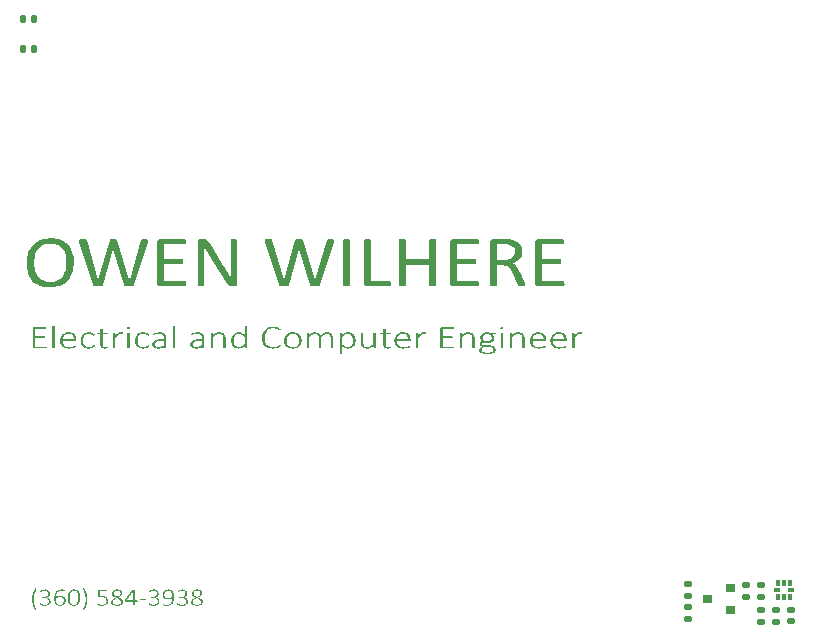
<source format=gbr>
G04 #@! TF.GenerationSoftware,KiCad,Pcbnew,8.0.6*
G04 #@! TF.CreationDate,2025-10-23T00:14:21-07:00*
G04 #@! TF.ProjectId,PCB_Business_Card,5043425f-4275-4736-996e-6573735f4361,rev?*
G04 #@! TF.SameCoordinates,Original*
G04 #@! TF.FileFunction,Soldermask,Top*
G04 #@! TF.FilePolarity,Negative*
%FSLAX46Y46*%
G04 Gerber Fmt 4.6, Leading zero omitted, Abs format (unit mm)*
G04 Created by KiCad (PCBNEW 8.0.6) date 2025-10-23 00:14:21*
%MOMM*%
%LPD*%
G01*
G04 APERTURE LIST*
G04 Aperture macros list*
%AMRoundRect*
0 Rectangle with rounded corners*
0 $1 Rounding radius*
0 $2 $3 $4 $5 $6 $7 $8 $9 X,Y pos of 4 corners*
0 Add a 4 corners polygon primitive as box body*
4,1,4,$2,$3,$4,$5,$6,$7,$8,$9,$2,$3,0*
0 Add four circle primitives for the rounded corners*
1,1,$1+$1,$2,$3*
1,1,$1+$1,$4,$5*
1,1,$1+$1,$6,$7*
1,1,$1+$1,$8,$9*
0 Add four rect primitives between the rounded corners*
20,1,$1+$1,$2,$3,$4,$5,0*
20,1,$1+$1,$4,$5,$6,$7,0*
20,1,$1+$1,$6,$7,$8,$9,0*
20,1,$1+$1,$8,$9,$2,$3,0*%
G04 Aperture macros list end*
%ADD10C,0.500000*%
%ADD11C,0.325000*%
%ADD12C,0.010000*%
%ADD13RoundRect,0.147500X-0.147500X-0.172500X0.147500X-0.172500X0.147500X0.172500X-0.147500X0.172500X0*%
%ADD14RoundRect,0.135000X-0.185000X0.135000X-0.185000X-0.135000X0.185000X-0.135000X0.185000X0.135000X0*%
%ADD15RoundRect,0.140000X-0.170000X0.140000X-0.170000X-0.140000X0.170000X-0.140000X0.170000X0.140000X0*%
%ADD16RoundRect,0.135000X0.185000X-0.135000X0.185000X0.135000X-0.185000X0.135000X-0.185000X-0.135000X0*%
G04 APERTURE END LIST*
D10*
G36*
X112439510Y-64065774D02*
G01*
X112685915Y-64097594D01*
X112935906Y-64157829D01*
X113028890Y-64189256D01*
X113264656Y-64295989D01*
X113471561Y-64431812D01*
X113634612Y-64580533D01*
X113786275Y-64771636D01*
X113898856Y-64970160D01*
X113987346Y-65192297D01*
X113994870Y-65215809D01*
X114052723Y-65437264D01*
X114091642Y-65676282D01*
X114110342Y-65903485D01*
X114114549Y-66082993D01*
X114106535Y-66321977D01*
X114082493Y-66548734D01*
X114036286Y-66789219D01*
X113986322Y-66965565D01*
X113904931Y-67177061D01*
X113791158Y-67390439D01*
X113652817Y-67581063D01*
X113606524Y-67633813D01*
X113436651Y-67793783D01*
X113241496Y-67928851D01*
X113021057Y-68039018D01*
X112973935Y-68058063D01*
X112723276Y-68135729D01*
X112476270Y-68181035D01*
X112208978Y-68203040D01*
X112083670Y-68205341D01*
X111812654Y-68194648D01*
X111562889Y-68162567D01*
X111310298Y-68101838D01*
X111216608Y-68070153D01*
X110980435Y-67962039D01*
X110773989Y-67825094D01*
X110612107Y-67675579D01*
X110462674Y-67483201D01*
X110351620Y-67282617D01*
X110264179Y-67057560D01*
X110256734Y-67033709D01*
X110200062Y-66808901D01*
X110161937Y-66566010D01*
X110143619Y-66334926D01*
X110139497Y-66152236D01*
X110140658Y-66118164D01*
X110764759Y-66118164D01*
X110772407Y-66356364D01*
X110795351Y-66581316D01*
X110829483Y-66774323D01*
X110891307Y-66987100D01*
X110986190Y-67191795D01*
X111049302Y-67290896D01*
X111204878Y-67462050D01*
X111400191Y-67596599D01*
X111463293Y-67628318D01*
X111696407Y-67705884D01*
X111950229Y-67742386D01*
X112115422Y-67748119D01*
X112367140Y-67732664D01*
X112608826Y-67680551D01*
X112767550Y-67617327D01*
X112979560Y-67484461D01*
X113151832Y-67316673D01*
X113193754Y-67262320D01*
X113317039Y-67053630D01*
X113399705Y-66835734D01*
X113423342Y-66745746D01*
X113465016Y-66520707D01*
X113487456Y-66285776D01*
X113491730Y-66123660D01*
X113483793Y-65893619D01*
X113457032Y-65655699D01*
X113424563Y-65486186D01*
X113356068Y-65259026D01*
X113248945Y-65043603D01*
X113202302Y-64974009D01*
X113045424Y-64801893D01*
X112848341Y-64666383D01*
X112784647Y-64634389D01*
X112551952Y-64555399D01*
X112301021Y-64518227D01*
X112138625Y-64512390D01*
X111888730Y-64527974D01*
X111649363Y-64580525D01*
X111492602Y-64644281D01*
X111283465Y-64775554D01*
X111111259Y-64940486D01*
X111068841Y-64993792D01*
X110944253Y-65199267D01*
X110859960Y-65415306D01*
X110835589Y-65504870D01*
X110792427Y-65727643D01*
X110769186Y-65959071D01*
X110764759Y-66118164D01*
X110140658Y-66118164D01*
X110147435Y-65919228D01*
X110171249Y-65697212D01*
X110217016Y-65460580D01*
X110266503Y-65286151D01*
X110348581Y-65075978D01*
X110463118Y-64864274D01*
X110602222Y-64675539D01*
X110648743Y-64623398D01*
X110819904Y-64465275D01*
X111015871Y-64331623D01*
X111236644Y-64222444D01*
X111283775Y-64203545D01*
X111534315Y-64125299D01*
X111781009Y-64079655D01*
X112047797Y-64057485D01*
X112172819Y-64055167D01*
X112439510Y-64065774D01*
G37*
G36*
X119203349Y-67999811D02*
G01*
X119161828Y-68069054D01*
X119086113Y-68109720D01*
X118967655Y-68129504D01*
X118795464Y-68135000D01*
X118614724Y-68129504D01*
X118492602Y-68109720D01*
X118420551Y-68069054D01*
X118382693Y-67999811D01*
X117452128Y-65000387D01*
X117444801Y-65000387D01*
X116586287Y-67999811D01*
X116552093Y-68069054D01*
X116483705Y-68109720D01*
X116367690Y-68129504D01*
X116188171Y-68135000D01*
X115998883Y-68129504D01*
X115875540Y-68109720D01*
X115802267Y-68069054D01*
X115765631Y-67999811D01*
X114590823Y-64331039D01*
X114568841Y-64221130D01*
X114595708Y-64159581D01*
X114689741Y-64132103D01*
X114865596Y-64125509D01*
X115034124Y-64129905D01*
X115128157Y-64147491D01*
X115173342Y-64181563D01*
X115191660Y-64236517D01*
X116191835Y-67563471D01*
X116195498Y-67563471D01*
X117143161Y-64242013D01*
X117168806Y-64185959D01*
X117218876Y-64150788D01*
X117316573Y-64132103D01*
X117482658Y-64125509D01*
X117635310Y-64132103D01*
X117726901Y-64150788D01*
X117776971Y-64185959D01*
X117802616Y-64242013D01*
X118822330Y-67563471D01*
X118829658Y-67563471D01*
X119807850Y-64238715D01*
X119828611Y-64185959D01*
X119871353Y-64150788D01*
X119964166Y-64132103D01*
X120124145Y-64125509D01*
X120287787Y-64133203D01*
X120374494Y-64162878D01*
X120400139Y-64224427D01*
X120381821Y-64334337D01*
X119203349Y-67999811D01*
G37*
G36*
X123644905Y-67916280D02*
G01*
X123637578Y-68014099D01*
X123613154Y-68083342D01*
X123574075Y-68122909D01*
X123524005Y-68135000D01*
X121391765Y-68135000D01*
X121241556Y-68087739D01*
X121171946Y-67918478D01*
X121171946Y-64342030D01*
X121241556Y-64173869D01*
X121391765Y-64125509D01*
X123500802Y-64125509D01*
X123549651Y-64137599D01*
X123586287Y-64178265D01*
X123608269Y-64247508D01*
X123616817Y-64349724D01*
X123608269Y-64447543D01*
X123586287Y-64514588D01*
X123549651Y-64553056D01*
X123500802Y-64565146D01*
X121763014Y-64565146D01*
X121763014Y-65796130D01*
X123252896Y-65796130D01*
X123302965Y-65810418D01*
X123340823Y-65849986D01*
X123362805Y-65920327D01*
X123370132Y-66023642D01*
X123362805Y-66122561D01*
X123340823Y-66188506D01*
X123302965Y-66224776D01*
X123252896Y-66235767D01*
X121763014Y-66235767D01*
X121763014Y-67695362D01*
X123524005Y-67695362D01*
X123574075Y-67707452D01*
X123613154Y-67745921D01*
X123637578Y-67814064D01*
X123644905Y-67916280D01*
G37*
G36*
X127944801Y-67906388D02*
G01*
X127922819Y-68011901D01*
X127864200Y-68083342D01*
X127783600Y-68122909D01*
X127694452Y-68135000D01*
X127505163Y-68135000D01*
X127348848Y-68117414D01*
X127221842Y-68053667D01*
X127102163Y-67928370D01*
X126974763Y-67735784D01*
X126970272Y-67728335D01*
X125568318Y-65457609D01*
X125443897Y-65254556D01*
X125346057Y-65089413D01*
X125232461Y-64887842D01*
X125139672Y-64714623D01*
X125132344Y-64714623D01*
X125138450Y-64939112D01*
X125142114Y-65168548D01*
X125144862Y-65398808D01*
X125145778Y-65627969D01*
X125145778Y-68036081D01*
X125132344Y-68077847D01*
X125085938Y-68108621D01*
X124999232Y-68127306D01*
X124864898Y-68135000D01*
X124728122Y-68127306D01*
X124643859Y-68108621D01*
X124599895Y-68077847D01*
X124586461Y-68036081D01*
X124586461Y-64354120D01*
X124662177Y-64178265D01*
X124827041Y-64125509D01*
X125107920Y-64125509D01*
X125275226Y-64140896D01*
X125394905Y-64192554D01*
X125497487Y-64291472D01*
X125606175Y-64449741D01*
X126684508Y-66201695D01*
X126806820Y-66399274D01*
X126877459Y-66514937D01*
X126996120Y-66713559D01*
X127055757Y-66816088D01*
X127172721Y-67017037D01*
X127225505Y-67107348D01*
X127340791Y-67304850D01*
X127392812Y-67395310D01*
X127395254Y-67395310D01*
X127390335Y-67163245D01*
X127387196Y-66938807D01*
X127386706Y-66889727D01*
X127385871Y-66662915D01*
X127385495Y-66428773D01*
X127385484Y-66383046D01*
X127385484Y-64224427D01*
X127398918Y-64183761D01*
X127445324Y-64151887D01*
X127530809Y-64132103D01*
X127670027Y-64125509D01*
X127800697Y-64132103D01*
X127886182Y-64151887D01*
X127931367Y-64183761D01*
X127944801Y-64224427D01*
X127944801Y-67906388D01*
G37*
G36*
X134942358Y-67999811D02*
G01*
X134900837Y-68069054D01*
X134825122Y-68109720D01*
X134706664Y-68129504D01*
X134534473Y-68135000D01*
X134353733Y-68129504D01*
X134231612Y-68109720D01*
X134159560Y-68069054D01*
X134121702Y-67999811D01*
X133191137Y-65000387D01*
X133183810Y-65000387D01*
X132325296Y-67999811D01*
X132291102Y-68069054D01*
X132222714Y-68109720D01*
X132106699Y-68129504D01*
X131927180Y-68135000D01*
X131737892Y-68129504D01*
X131614549Y-68109720D01*
X131541277Y-68069054D01*
X131504640Y-67999811D01*
X130329832Y-64331039D01*
X130307850Y-64221130D01*
X130334717Y-64159581D01*
X130428750Y-64132103D01*
X130604605Y-64125509D01*
X130773133Y-64129905D01*
X130867166Y-64147491D01*
X130912351Y-64181563D01*
X130930669Y-64236517D01*
X131930844Y-67563471D01*
X131934508Y-67563471D01*
X132882170Y-64242013D01*
X132907815Y-64185959D01*
X132957885Y-64150788D01*
X133055582Y-64132103D01*
X133221667Y-64125509D01*
X133374319Y-64132103D01*
X133465910Y-64150788D01*
X133515980Y-64185959D01*
X133541625Y-64242013D01*
X134561339Y-67563471D01*
X134568667Y-67563471D01*
X135546859Y-64238715D01*
X135567620Y-64185959D01*
X135610362Y-64150788D01*
X135703175Y-64132103D01*
X135863154Y-64125509D01*
X136026796Y-64133203D01*
X136113503Y-64162878D01*
X136139148Y-64224427D01*
X136120830Y-64334337D01*
X134942358Y-67999811D01*
G37*
G36*
X137502023Y-68037180D02*
G01*
X137487369Y-68080045D01*
X137439741Y-68108621D01*
X137348150Y-68127306D01*
X137206489Y-68135000D01*
X137064829Y-68127306D01*
X136972016Y-68108621D01*
X136924389Y-68080045D01*
X136910956Y-68037180D01*
X136910956Y-64223328D01*
X136925610Y-64181563D01*
X136976901Y-64151887D01*
X137069713Y-64133203D01*
X137206489Y-64125509D01*
X137348150Y-64133203D01*
X137439741Y-64151887D01*
X137487369Y-64181563D01*
X137502023Y-64223328D01*
X137502023Y-68037180D01*
G37*
G36*
X140978820Y-67905289D02*
G01*
X140971493Y-68007505D01*
X140949511Y-68078946D01*
X140911653Y-68121810D01*
X140859141Y-68135000D01*
X138894207Y-68135000D01*
X138743998Y-68087739D01*
X138674389Y-67919577D01*
X138674389Y-64224427D01*
X138687822Y-64181563D01*
X138735450Y-64151887D01*
X138828262Y-64133203D01*
X138969923Y-64125509D01*
X139111584Y-64133203D01*
X139203175Y-64151887D01*
X139250802Y-64181563D01*
X139265457Y-64224427D01*
X139265457Y-67677777D01*
X140859141Y-67677777D01*
X140911653Y-67692065D01*
X140949511Y-67731632D01*
X140971493Y-67800875D01*
X140978820Y-67905289D01*
G37*
G36*
X144815875Y-68037180D02*
G01*
X144802442Y-68080045D01*
X144753593Y-68108621D01*
X144662002Y-68127306D01*
X144524005Y-68135000D01*
X144379902Y-68127306D01*
X144290753Y-68109720D01*
X144241905Y-68081144D01*
X144228471Y-68038279D01*
X144228471Y-66306109D01*
X142206140Y-66306109D01*
X142206140Y-68038279D01*
X142191486Y-68081144D01*
X142143859Y-68109720D01*
X142052267Y-68127306D01*
X141910607Y-68135000D01*
X141768946Y-68127306D01*
X141676133Y-68108621D01*
X141628506Y-68080045D01*
X141615073Y-68037180D01*
X141615073Y-64223328D01*
X141628506Y-64181563D01*
X141676133Y-64151887D01*
X141768946Y-64133203D01*
X141910607Y-64125509D01*
X142052267Y-64133203D01*
X142143859Y-64151887D01*
X142191486Y-64181563D01*
X142206140Y-64225526D01*
X142206140Y-65848886D01*
X144228471Y-65848886D01*
X144228471Y-64225526D01*
X144241905Y-64181563D01*
X144290753Y-64151887D01*
X144379902Y-64133203D01*
X144524005Y-64125509D01*
X144662002Y-64133203D01*
X144753593Y-64151887D01*
X144802442Y-64181563D01*
X144815875Y-64223328D01*
X144815875Y-68037180D01*
G37*
G36*
X148445324Y-67916280D02*
G01*
X148437997Y-68014099D01*
X148413572Y-68083342D01*
X148374494Y-68122909D01*
X148324424Y-68135000D01*
X146192184Y-68135000D01*
X146041974Y-68087739D01*
X145972365Y-67918478D01*
X145972365Y-64342030D01*
X146041974Y-64173869D01*
X146192184Y-64125509D01*
X148301221Y-64125509D01*
X148350069Y-64137599D01*
X148386706Y-64178265D01*
X148408688Y-64247508D01*
X148417236Y-64349724D01*
X148408688Y-64447543D01*
X148386706Y-64514588D01*
X148350069Y-64553056D01*
X148301221Y-64565146D01*
X146563433Y-64565146D01*
X146563433Y-65796130D01*
X148053314Y-65796130D01*
X148103384Y-65810418D01*
X148141242Y-65849986D01*
X148163224Y-65920327D01*
X148170551Y-66023642D01*
X148163224Y-66122561D01*
X148141242Y-66188506D01*
X148103384Y-66224776D01*
X148053314Y-66235767D01*
X146563433Y-66235767D01*
X146563433Y-67695362D01*
X148324424Y-67695362D01*
X148374494Y-67707452D01*
X148413572Y-67745921D01*
X148437997Y-67814064D01*
X148445324Y-67916280D01*
G37*
G36*
X150801676Y-64131399D02*
G01*
X150830355Y-64133203D01*
X151031856Y-64149689D01*
X151274267Y-64200797D01*
X151486147Y-64274986D01*
X151698691Y-64393063D01*
X151818318Y-64492606D01*
X151959521Y-64672067D01*
X152018597Y-64793757D01*
X152076318Y-65019501D01*
X152085764Y-65168548D01*
X152064668Y-65390060D01*
X152025924Y-65524654D01*
X151918247Y-65723620D01*
X151852512Y-65802725D01*
X151666539Y-65960053D01*
X151581402Y-66012651D01*
X151357805Y-66116696D01*
X151227250Y-66162128D01*
X151426308Y-66273136D01*
X151593614Y-66432505D01*
X151726041Y-66625303D01*
X151738939Y-66647927D01*
X151842666Y-66847206D01*
X151876936Y-66921601D01*
X152275052Y-67808569D01*
X152336113Y-67965739D01*
X152350767Y-68034982D01*
X152339776Y-68078946D01*
X152295812Y-68110819D01*
X152199337Y-68129504D01*
X152034473Y-68135000D01*
X151887927Y-68129504D01*
X151797557Y-68108621D01*
X151743824Y-68070153D01*
X151712072Y-68007505D01*
X151302965Y-67060087D01*
X151201585Y-66850400D01*
X151153977Y-66763332D01*
X151015130Y-66574908D01*
X150969574Y-66530324D01*
X150771933Y-66400391D01*
X150719225Y-66378649D01*
X150470097Y-66327129D01*
X150372400Y-66323695D01*
X149977948Y-66323695D01*
X149977948Y-68036081D01*
X149962072Y-68078946D01*
X149913224Y-68108621D01*
X149824075Y-68127306D01*
X149682414Y-68135000D01*
X149539532Y-68127306D01*
X149447941Y-68108621D01*
X149400314Y-68080045D01*
X149386880Y-68036081D01*
X149386880Y-65884057D01*
X149977948Y-65884057D01*
X150554361Y-65884057D01*
X150808960Y-65866621D01*
X150957362Y-65834598D01*
X151180844Y-65737122D01*
X151240683Y-65695013D01*
X151393621Y-65514814D01*
X151407990Y-65485087D01*
X151460411Y-65265418D01*
X151461723Y-65221304D01*
X151428636Y-64997400D01*
X151344487Y-64833325D01*
X151162750Y-64682551D01*
X150952477Y-64604713D01*
X150758304Y-64575038D01*
X150507354Y-64565233D01*
X150474982Y-64565146D01*
X149977948Y-64565146D01*
X149977948Y-65884057D01*
X149386880Y-65884057D01*
X149386880Y-64340931D01*
X149456489Y-64173869D01*
X149606699Y-64125509D01*
X150550697Y-64125509D01*
X150801676Y-64131399D01*
G37*
G36*
X155660258Y-67916280D02*
G01*
X155652930Y-68014099D01*
X155628506Y-68083342D01*
X155589427Y-68122909D01*
X155539357Y-68135000D01*
X153407117Y-68135000D01*
X153256908Y-68087739D01*
X153187299Y-67918478D01*
X153187299Y-64342030D01*
X153256908Y-64173869D01*
X153407117Y-64125509D01*
X155516154Y-64125509D01*
X155565003Y-64137599D01*
X155601639Y-64178265D01*
X155623621Y-64247508D01*
X155632170Y-64349724D01*
X155623621Y-64447543D01*
X155601639Y-64514588D01*
X155565003Y-64553056D01*
X155516154Y-64565146D01*
X153778367Y-64565146D01*
X153778367Y-65796130D01*
X155268248Y-65796130D01*
X155318318Y-65810418D01*
X155356175Y-65849986D01*
X155378157Y-65920327D01*
X155385484Y-66023642D01*
X155378157Y-66122561D01*
X155356175Y-66188506D01*
X155318318Y-66224776D01*
X155268248Y-66235767D01*
X153778367Y-66235767D01*
X153778367Y-67695362D01*
X155539357Y-67695362D01*
X155589427Y-67707452D01*
X155628506Y-67745921D01*
X155652930Y-67814064D01*
X155660258Y-67916280D01*
G37*
G36*
X111816137Y-73297962D02*
G01*
X111812473Y-73324829D01*
X111801482Y-73344368D01*
X111783164Y-73356092D01*
X111761182Y-73360000D01*
X110720708Y-73360000D01*
X110657205Y-73341437D01*
X110624842Y-73273049D01*
X110624842Y-71664954D01*
X110657205Y-71596566D01*
X110720708Y-71578004D01*
X111745917Y-71578004D01*
X111767899Y-71581912D01*
X111784996Y-71594124D01*
X111795376Y-71614152D01*
X111799040Y-71642484D01*
X111795376Y-71668862D01*
X111784996Y-71687913D01*
X111767899Y-71699148D01*
X111745917Y-71703056D01*
X110834281Y-71703056D01*
X110834281Y-72359581D01*
X111620743Y-72359581D01*
X111644556Y-72363977D01*
X111661653Y-72375701D01*
X111672034Y-72396217D01*
X111675697Y-72425038D01*
X111672034Y-72451905D01*
X111661653Y-72470467D01*
X111644556Y-72481214D01*
X111620743Y-72484633D01*
X110834281Y-72484633D01*
X110834281Y-73234947D01*
X111761182Y-73234947D01*
X111783164Y-73238855D01*
X111801482Y-73250579D01*
X111812473Y-73270118D01*
X111816137Y-73297962D01*
G37*
G36*
X112500628Y-73324340D02*
G01*
X112495132Y-73339483D01*
X112479256Y-73350718D01*
X112448115Y-73357557D01*
X112398046Y-73360000D01*
X112348586Y-73357557D01*
X112316835Y-73350718D01*
X112300959Y-73339483D01*
X112296685Y-73324340D01*
X112296685Y-71488122D01*
X112300959Y-71473468D01*
X112316835Y-71461744D01*
X112348586Y-71454905D01*
X112398046Y-71452951D01*
X112448115Y-71454905D01*
X112479256Y-71461744D01*
X112495132Y-71473468D01*
X112500628Y-71488122D01*
X112500628Y-73324340D01*
G37*
G36*
X113803844Y-72022488D02*
G01*
X113930219Y-72047612D01*
X113978297Y-72064047D01*
X114084709Y-72116683D01*
X114176624Y-72188918D01*
X114181629Y-72193984D01*
X114250780Y-72282278D01*
X114295923Y-72377254D01*
X114298255Y-72384005D01*
X114323717Y-72480616D01*
X114334920Y-72581529D01*
X114335502Y-72611151D01*
X114335502Y-72645345D01*
X114302529Y-72715687D01*
X114239637Y-72734738D01*
X113180233Y-72734738D01*
X113185609Y-72836345D01*
X113203302Y-72935456D01*
X113208321Y-72954068D01*
X113248981Y-73050013D01*
X113301744Y-73121618D01*
X113393321Y-73193204D01*
X113472103Y-73229085D01*
X113597134Y-73258053D01*
X113720285Y-73266174D01*
X113729780Y-73266210D01*
X113856051Y-73260677D01*
X113923342Y-73252044D01*
X114043332Y-73227059D01*
X114071720Y-73219316D01*
X114174912Y-73187076D01*
X114232920Y-73172421D01*
X114251849Y-73176329D01*
X114265282Y-73187564D01*
X114273220Y-73207103D01*
X114275662Y-73236901D01*
X114273831Y-73253021D01*
X114269556Y-73267187D01*
X114261618Y-73279888D01*
X114248185Y-73291612D01*
X114195062Y-73314570D01*
X114078436Y-73347787D01*
X113956964Y-73370777D01*
X113910519Y-73377585D01*
X113785727Y-73389339D01*
X113705355Y-73391263D01*
X113576012Y-73385080D01*
X113448874Y-73364429D01*
X113386008Y-73347299D01*
X113273141Y-73300362D01*
X113177104Y-73237344D01*
X113152756Y-73216385D01*
X113078708Y-73132783D01*
X113025647Y-73040921D01*
X113009263Y-73001939D01*
X112979496Y-72900251D01*
X112964279Y-72797018D01*
X112960415Y-72705429D01*
X112965778Y-72609685D01*
X113180233Y-72609685D01*
X114124232Y-72609685D01*
X114119233Y-72505333D01*
X114095088Y-72402387D01*
X114045261Y-72305949D01*
X114011270Y-72264815D01*
X113916987Y-72194174D01*
X113797018Y-72152856D01*
X113665666Y-72140739D01*
X113543349Y-72153104D01*
X113460502Y-72179818D01*
X113361087Y-72238589D01*
X113311514Y-72283377D01*
X113246160Y-72371991D01*
X113217480Y-72432854D01*
X113189767Y-72530639D01*
X113180233Y-72609685D01*
X112965778Y-72609685D01*
X112966403Y-72598529D01*
X112984369Y-72499479D01*
X113011095Y-72416245D01*
X113059428Y-72318708D01*
X113122071Y-72234071D01*
X113155809Y-72199357D01*
X113245986Y-72129273D01*
X113350888Y-72075458D01*
X113383565Y-72063070D01*
X113505766Y-72030679D01*
X113629493Y-72016844D01*
X113679710Y-72015687D01*
X113803844Y-72022488D01*
G37*
G36*
X115882780Y-73148485D02*
G01*
X115880949Y-73174863D01*
X115875453Y-73195380D01*
X115866294Y-73211988D01*
X115837595Y-73239832D01*
X115763101Y-73288681D01*
X115653979Y-73338111D01*
X115645865Y-73340949D01*
X115528222Y-73372479D01*
X115504815Y-73377096D01*
X115383528Y-73390585D01*
X115348499Y-73391263D01*
X115223570Y-73384007D01*
X115102556Y-73359964D01*
X115062735Y-73347299D01*
X114954811Y-73296394D01*
X114864598Y-73227028D01*
X114853907Y-73216385D01*
X114787890Y-73133251D01*
X114740402Y-73042659D01*
X114725680Y-73004382D01*
X114699262Y-72904502D01*
X114685756Y-72803531D01*
X114682327Y-72714221D01*
X114686577Y-72614058D01*
X114701270Y-72512735D01*
X114729553Y-72413402D01*
X114736060Y-72396706D01*
X114782485Y-72304222D01*
X114845570Y-72219379D01*
X114885048Y-72180307D01*
X114980620Y-72110848D01*
X115089876Y-72060923D01*
X115105478Y-72055743D01*
X115227864Y-72026992D01*
X115358033Y-72015843D01*
X115375976Y-72015687D01*
X115501621Y-72023685D01*
X115523743Y-72026922D01*
X115642595Y-72053304D01*
X115653803Y-72056720D01*
X115759438Y-72098729D01*
X115827215Y-72138785D01*
X115855914Y-72163698D01*
X115868126Y-72182260D01*
X115874232Y-72204242D01*
X115876064Y-72232086D01*
X115861409Y-72282889D01*
X115829658Y-72297055D01*
X115770429Y-72272630D01*
X115680059Y-72218897D01*
X115570804Y-72172915D01*
X115546946Y-72165163D01*
X115425338Y-72143124D01*
X115360711Y-72140739D01*
X115231315Y-72155050D01*
X115111845Y-72203851D01*
X115024022Y-72278269D01*
X115016329Y-72287285D01*
X114957886Y-72379759D01*
X114921994Y-72479280D01*
X114902985Y-72579735D01*
X114895547Y-72692672D01*
X114895429Y-72709825D01*
X114899980Y-72809430D01*
X114915181Y-72906483D01*
X114927791Y-72954068D01*
X114967786Y-73049811D01*
X115021824Y-73127969D01*
X115108407Y-73201127D01*
X115170202Y-73232016D01*
X115288173Y-73261402D01*
X115367428Y-73266210D01*
X115492350Y-73253588D01*
X115549389Y-73236901D01*
X115656436Y-73189640D01*
X115686775Y-73172421D01*
X115781438Y-73109778D01*
X115783862Y-73107941D01*
X115841870Y-73078632D01*
X115859577Y-73083028D01*
X115872400Y-73096706D01*
X115880338Y-73118688D01*
X115882780Y-73148485D01*
G37*
G36*
X117033775Y-73282330D02*
G01*
X117027669Y-73323852D01*
X117008740Y-73349253D01*
X116970882Y-73365861D01*
X116913485Y-73379539D01*
X116845097Y-73387843D01*
X116774267Y-73391263D01*
X116650003Y-73382308D01*
X116578872Y-73365861D01*
X116474115Y-73312922D01*
X116446371Y-73288681D01*
X116387150Y-73200116D01*
X116371877Y-73157766D01*
X116353115Y-73059226D01*
X116348674Y-72970188D01*
X116348674Y-72172002D01*
X116116643Y-72172002D01*
X116078785Y-72156859D01*
X116065352Y-72109965D01*
X116068405Y-72082121D01*
X116078785Y-72062581D01*
X116095272Y-72050858D01*
X116116643Y-72046950D01*
X116348674Y-72046950D01*
X116348674Y-71739204D01*
X116352948Y-71724061D01*
X116368824Y-71712337D01*
X116400575Y-71705498D01*
X116450034Y-71703056D01*
X116500104Y-71705498D01*
X116531245Y-71712337D01*
X116547121Y-71724061D01*
X116552616Y-71739204D01*
X116552616Y-72046950D01*
X116982484Y-72046950D01*
X117003244Y-72050858D01*
X117019731Y-72062581D01*
X117030111Y-72082121D01*
X117033775Y-72109965D01*
X117019120Y-72156859D01*
X116982484Y-72172002D01*
X116552616Y-72172002D01*
X116552616Y-72961395D01*
X116559743Y-73063176D01*
X116588696Y-73162387D01*
X116603297Y-73188541D01*
X116699324Y-73255288D01*
X116788311Y-73266210D01*
X116862805Y-73259371D01*
X116922034Y-73244228D01*
X116965387Y-73229085D01*
X116997749Y-73222247D01*
X117013014Y-73225177D01*
X117024005Y-73235436D01*
X117031332Y-73254487D01*
X117033775Y-73282330D01*
G37*
G36*
X118297732Y-72108988D02*
G01*
X118295900Y-72138785D01*
X118289794Y-72160767D01*
X118279413Y-72174445D01*
X118263538Y-72178841D01*
X118226901Y-72172979D01*
X118179274Y-72159790D01*
X118118824Y-72147090D01*
X118046772Y-72140739D01*
X117955792Y-72158813D01*
X117861758Y-72216943D01*
X117782078Y-72295332D01*
X117758565Y-72322944D01*
X117694445Y-72406561D01*
X117639497Y-72484633D01*
X117639497Y-73324340D01*
X117634002Y-73339483D01*
X117618126Y-73350718D01*
X117586985Y-73357557D01*
X117536915Y-73360000D01*
X117487456Y-73357557D01*
X117455704Y-73350718D01*
X117439829Y-73339483D01*
X117435554Y-73324340D01*
X117435554Y-72082609D01*
X117439829Y-72067466D01*
X117455704Y-72055743D01*
X117486235Y-72048904D01*
X117533251Y-72046950D01*
X117581489Y-72048904D01*
X117610799Y-72055743D01*
X117625453Y-72067466D01*
X117629727Y-72082609D01*
X117629727Y-72278981D01*
X117701812Y-72195364D01*
X117753070Y-72144647D01*
X117841720Y-72076456D01*
X117861147Y-72065024D01*
X117961898Y-72025945D01*
X118062648Y-72015687D01*
X118113939Y-72017641D01*
X118176831Y-72023503D01*
X118236671Y-72034249D01*
X118273307Y-72045484D01*
X118287351Y-72054766D01*
X118293457Y-72065024D01*
X118296510Y-72081632D01*
X118297732Y-72108988D01*
G37*
G36*
X118846057Y-73324340D02*
G01*
X118840561Y-73339483D01*
X118824685Y-73350718D01*
X118793545Y-73357557D01*
X118743475Y-73360000D01*
X118694016Y-73357557D01*
X118662264Y-73350718D01*
X118646388Y-73339483D01*
X118642114Y-73324340D01*
X118642114Y-72082609D01*
X118646388Y-72067466D01*
X118662264Y-72055743D01*
X118694016Y-72048904D01*
X118743475Y-72046950D01*
X118793545Y-72048904D01*
X118824685Y-72055743D01*
X118840561Y-72067466D01*
X118846057Y-72082609D01*
X118846057Y-73324340D01*
G37*
G36*
X118877198Y-71655673D02*
G01*
X118847889Y-71743112D01*
X118741643Y-71765582D01*
X118637229Y-71743600D01*
X118609141Y-71656650D01*
X118638450Y-71569699D01*
X118744696Y-71546741D01*
X118848499Y-71569211D01*
X118877198Y-71655673D01*
G37*
G36*
X120498970Y-73148485D02*
G01*
X120497138Y-73174863D01*
X120491643Y-73195380D01*
X120482484Y-73211988D01*
X120453785Y-73239832D01*
X120379291Y-73288681D01*
X120270169Y-73338111D01*
X120262055Y-73340949D01*
X120144412Y-73372479D01*
X120121004Y-73377096D01*
X119999718Y-73390585D01*
X119964689Y-73391263D01*
X119839760Y-73384007D01*
X119718745Y-73359964D01*
X119678925Y-73347299D01*
X119571001Y-73296394D01*
X119480788Y-73227028D01*
X119470097Y-73216385D01*
X119404080Y-73133251D01*
X119356592Y-73042659D01*
X119341870Y-73004382D01*
X119315451Y-72904502D01*
X119301946Y-72803531D01*
X119298517Y-72714221D01*
X119302767Y-72614058D01*
X119317460Y-72512735D01*
X119345743Y-72413402D01*
X119352250Y-72396706D01*
X119398675Y-72304222D01*
X119461760Y-72219379D01*
X119501238Y-72180307D01*
X119596810Y-72110848D01*
X119706066Y-72060923D01*
X119721667Y-72055743D01*
X119844054Y-72026992D01*
X119974223Y-72015843D01*
X119992166Y-72015687D01*
X120117811Y-72023685D01*
X120139933Y-72026922D01*
X120258785Y-72053304D01*
X120269993Y-72056720D01*
X120375628Y-72098729D01*
X120443405Y-72138785D01*
X120472103Y-72163698D01*
X120484316Y-72182260D01*
X120490422Y-72204242D01*
X120492254Y-72232086D01*
X120477599Y-72282889D01*
X120445847Y-72297055D01*
X120386618Y-72272630D01*
X120296249Y-72218897D01*
X120186994Y-72172915D01*
X120163136Y-72165163D01*
X120041528Y-72143124D01*
X119976901Y-72140739D01*
X119847505Y-72155050D01*
X119728035Y-72203851D01*
X119640212Y-72278269D01*
X119632519Y-72287285D01*
X119574076Y-72379759D01*
X119538183Y-72479280D01*
X119519175Y-72579735D01*
X119511737Y-72692672D01*
X119511618Y-72709825D01*
X119516169Y-72809430D01*
X119531371Y-72906483D01*
X119543981Y-72954068D01*
X119583975Y-73049811D01*
X119638014Y-73127969D01*
X119724596Y-73201127D01*
X119786392Y-73232016D01*
X119904363Y-73261402D01*
X119983618Y-73266210D01*
X120108539Y-73253588D01*
X120165579Y-73236901D01*
X120272626Y-73189640D01*
X120302965Y-73172421D01*
X120397628Y-73109778D01*
X120400052Y-73107941D01*
X120458060Y-73078632D01*
X120475767Y-73083028D01*
X120488590Y-73096706D01*
X120496528Y-73118688D01*
X120498970Y-73148485D01*
G37*
G36*
X121512499Y-72021671D02*
G01*
X121637865Y-72043164D01*
X121651796Y-72046950D01*
X121762114Y-72090776D01*
X121829483Y-72136831D01*
X121899178Y-72220179D01*
X121926570Y-72280446D01*
X121949439Y-72377372D01*
X121955879Y-72473886D01*
X121955879Y-73323852D01*
X121944277Y-73345833D01*
X121914968Y-73356580D01*
X121866730Y-73360000D01*
X121816660Y-73356580D01*
X121784909Y-73345833D01*
X121773918Y-73324340D01*
X121773918Y-73185610D01*
X121685058Y-73253634D01*
X121581475Y-73314809D01*
X121542498Y-73333621D01*
X121430566Y-73373025D01*
X121306489Y-73390756D01*
X121281158Y-73391263D01*
X121158469Y-73383956D01*
X121061950Y-73365373D01*
X120947409Y-73322357D01*
X120897697Y-73292100D01*
X120817794Y-73212488D01*
X120795115Y-73175840D01*
X120763346Y-73079139D01*
X120759089Y-73022944D01*
X120760151Y-73015129D01*
X120975244Y-73015129D01*
X120993893Y-73112201D01*
X121060118Y-73197822D01*
X121169943Y-73251184D01*
X121299476Y-73266210D01*
X121424577Y-73251183D01*
X121527233Y-73212965D01*
X121629083Y-73149818D01*
X121721911Y-73074426D01*
X121751325Y-73047369D01*
X121751325Y-72734738D01*
X121468004Y-72734738D01*
X121345569Y-72740114D01*
X121251849Y-72753789D01*
X121134203Y-72790259D01*
X121096755Y-72809476D01*
X121013140Y-72885184D01*
X121005163Y-72897892D01*
X120975974Y-72994878D01*
X120975244Y-73015129D01*
X120760151Y-73015129D01*
X120772370Y-72925247D01*
X120812212Y-72841228D01*
X120886078Y-72762591D01*
X120963032Y-72712756D01*
X121078513Y-72665185D01*
X121198726Y-72635575D01*
X121324783Y-72617877D01*
X121452301Y-72610318D01*
X121504030Y-72609685D01*
X121751325Y-72609685D01*
X121751325Y-72493426D01*
X121743216Y-72393592D01*
X121730565Y-72341018D01*
X121683055Y-72250632D01*
X121664009Y-72230132D01*
X121566137Y-72170639D01*
X121543719Y-72163210D01*
X121420793Y-72142517D01*
X121363590Y-72140739D01*
X121237090Y-72149154D01*
X121177965Y-72160279D01*
X121061464Y-72193027D01*
X121033251Y-72203265D01*
X120931280Y-72246741D01*
X120873883Y-72265792D01*
X120854954Y-72263838D01*
X120840300Y-72255533D01*
X120831751Y-72240390D01*
X120829309Y-72217920D01*
X120834193Y-72181772D01*
X120861060Y-72154417D01*
X120937386Y-72114849D01*
X121050531Y-72070248D01*
X121063782Y-72066001D01*
X121182117Y-72036258D01*
X121217655Y-72029853D01*
X121341303Y-72016572D01*
X121382519Y-72015687D01*
X121512499Y-72021671D01*
G37*
G36*
X122717306Y-73324340D02*
G01*
X122711810Y-73339483D01*
X122695935Y-73350718D01*
X122664794Y-73357557D01*
X122614724Y-73360000D01*
X122565265Y-73357557D01*
X122533513Y-73350718D01*
X122517637Y-73339483D01*
X122513363Y-73324340D01*
X122513363Y-71488122D01*
X122517637Y-71473468D01*
X122533513Y-71461744D01*
X122565265Y-71454905D01*
X122614724Y-71452951D01*
X122664794Y-71454905D01*
X122695935Y-71461744D01*
X122711810Y-71473468D01*
X122717306Y-71488122D01*
X122717306Y-73324340D01*
G37*
G36*
X124721850Y-72021671D02*
G01*
X124847216Y-72043164D01*
X124861147Y-72046950D01*
X124971465Y-72090776D01*
X125038834Y-72136831D01*
X125108529Y-72220179D01*
X125135921Y-72280446D01*
X125158790Y-72377372D01*
X125165230Y-72473886D01*
X125165230Y-73323852D01*
X125153628Y-73345833D01*
X125124319Y-73356580D01*
X125076081Y-73360000D01*
X125026011Y-73356580D01*
X124994260Y-73345833D01*
X124983269Y-73324340D01*
X124983269Y-73185610D01*
X124894409Y-73253634D01*
X124790826Y-73314809D01*
X124751849Y-73333621D01*
X124639917Y-73373025D01*
X124515840Y-73390756D01*
X124490509Y-73391263D01*
X124367820Y-73383956D01*
X124271301Y-73365373D01*
X124156760Y-73322357D01*
X124107048Y-73292100D01*
X124027145Y-73212488D01*
X124004466Y-73175840D01*
X123972697Y-73079139D01*
X123968440Y-73022944D01*
X123969502Y-73015129D01*
X124184595Y-73015129D01*
X124203244Y-73112201D01*
X124269469Y-73197822D01*
X124379294Y-73251184D01*
X124508827Y-73266210D01*
X124633928Y-73251183D01*
X124736584Y-73212965D01*
X124838434Y-73149818D01*
X124931262Y-73074426D01*
X124960676Y-73047369D01*
X124960676Y-72734738D01*
X124677355Y-72734738D01*
X124554920Y-72740114D01*
X124461200Y-72753789D01*
X124343554Y-72790259D01*
X124306106Y-72809476D01*
X124222491Y-72885184D01*
X124214515Y-72897892D01*
X124185325Y-72994878D01*
X124184595Y-73015129D01*
X123969502Y-73015129D01*
X123981721Y-72925247D01*
X124021563Y-72841228D01*
X124095429Y-72762591D01*
X124172383Y-72712756D01*
X124287864Y-72665185D01*
X124408077Y-72635575D01*
X124534134Y-72617877D01*
X124661652Y-72610318D01*
X124713381Y-72609685D01*
X124960676Y-72609685D01*
X124960676Y-72493426D01*
X124952567Y-72393592D01*
X124939916Y-72341018D01*
X124892406Y-72250632D01*
X124873360Y-72230132D01*
X124775488Y-72170639D01*
X124753070Y-72163210D01*
X124630144Y-72142517D01*
X124572941Y-72140739D01*
X124446441Y-72149154D01*
X124387316Y-72160279D01*
X124270815Y-72193027D01*
X124242602Y-72203265D01*
X124140631Y-72246741D01*
X124083234Y-72265792D01*
X124064305Y-72263838D01*
X124049651Y-72255533D01*
X124041102Y-72240390D01*
X124038660Y-72217920D01*
X124043545Y-72181772D01*
X124070411Y-72154417D01*
X124146737Y-72114849D01*
X124259882Y-72070248D01*
X124273133Y-72066001D01*
X124391468Y-72036258D01*
X124427006Y-72029853D01*
X124550654Y-72016572D01*
X124591870Y-72015687D01*
X124721850Y-72021671D01*
G37*
G36*
X126983007Y-73323852D02*
G01*
X126977512Y-73339483D01*
X126961636Y-73350718D01*
X126930495Y-73357557D01*
X126881646Y-73360000D01*
X126830355Y-73357069D01*
X126799825Y-73350230D01*
X126783339Y-73338995D01*
X126778454Y-73323363D01*
X126778454Y-72569141D01*
X126773490Y-72468191D01*
X126755861Y-72377655D01*
X126712591Y-72282474D01*
X126689305Y-72251137D01*
X126600345Y-72181209D01*
X126575122Y-72169560D01*
X126457656Y-72142540D01*
X126412700Y-72140739D01*
X126286839Y-72160178D01*
X126175785Y-72209616D01*
X126077522Y-72276220D01*
X125991229Y-72349200D01*
X125926657Y-72411849D01*
X125926657Y-73323363D01*
X125921161Y-73338995D01*
X125905286Y-73350230D01*
X125874145Y-73357069D01*
X125824075Y-73360000D01*
X125774616Y-73357557D01*
X125742864Y-73350718D01*
X125726988Y-73339483D01*
X125722714Y-73324340D01*
X125722714Y-72082609D01*
X125726988Y-72067466D01*
X125742864Y-72055743D01*
X125773394Y-72048904D01*
X125820411Y-72046950D01*
X125868649Y-72048904D01*
X125897958Y-72055743D01*
X125912613Y-72067466D01*
X125916887Y-72082609D01*
X125916887Y-72258464D01*
X125999987Y-72185392D01*
X126098447Y-72115966D01*
X126179448Y-72073328D01*
X126291831Y-72033925D01*
X126419410Y-72015912D01*
X126435293Y-72015687D01*
X126559630Y-72023728D01*
X126679118Y-72052610D01*
X126692358Y-72057697D01*
X126797566Y-72113682D01*
X126861496Y-72170048D01*
X126922719Y-72257151D01*
X126954309Y-72335157D01*
X126974908Y-72432129D01*
X126982559Y-72530062D01*
X126983007Y-72562791D01*
X126983007Y-73323852D01*
G37*
G36*
X128740945Y-71455882D02*
G01*
X128772086Y-71462721D01*
X128787962Y-71473468D01*
X128793457Y-71488611D01*
X128793457Y-73324340D01*
X128789183Y-73340949D01*
X128773307Y-73352184D01*
X128745219Y-73358046D01*
X128702477Y-73360000D01*
X128656681Y-73358046D01*
X128627372Y-73352184D01*
X128610275Y-73341926D01*
X128604169Y-73326294D01*
X128604169Y-73156789D01*
X128518289Y-73226475D01*
X128422132Y-73289856D01*
X128348325Y-73328736D01*
X128237132Y-73369220D01*
X128108370Y-73389736D01*
X128060118Y-73391263D01*
X127931453Y-73382475D01*
X127811373Y-73353357D01*
X127773133Y-73338018D01*
X127671739Y-73279378D01*
X127589664Y-73204209D01*
X127580181Y-73192937D01*
X127519064Y-73100430D01*
X127477757Y-73001695D01*
X127470882Y-72978981D01*
X127448743Y-72876545D01*
X127438325Y-72777695D01*
X127436688Y-72718129D01*
X127437770Y-72692728D01*
X127649790Y-72692728D01*
X127654218Y-72793564D01*
X127667500Y-72891824D01*
X127669940Y-72904731D01*
X127698028Y-73002184D01*
X127740771Y-73088401D01*
X127811637Y-73172920D01*
X127873272Y-73217850D01*
X127985583Y-73258229D01*
X128079047Y-73266210D01*
X128198726Y-73251556D01*
X128311319Y-73205989D01*
X128319016Y-73201730D01*
X128414499Y-73138441D01*
X128447243Y-73112337D01*
X128528998Y-73038069D01*
X128588904Y-72976538D01*
X128588904Y-72421618D01*
X128509334Y-72342478D01*
X128424011Y-72270080D01*
X128340997Y-72213035D01*
X128234592Y-72163614D01*
X128115658Y-72141375D01*
X128091259Y-72140739D01*
X127968813Y-72155886D01*
X127888538Y-72188611D01*
X127799453Y-72256308D01*
X127751151Y-72315129D01*
X127700468Y-72409702D01*
X127673604Y-72492449D01*
X127655744Y-72591856D01*
X127649790Y-72692728D01*
X127437770Y-72692728D01*
X127440862Y-72620175D01*
X127455096Y-72519587D01*
X127479431Y-72426503D01*
X127521306Y-72327298D01*
X127581279Y-72234707D01*
X127606437Y-72205219D01*
X127694021Y-72128920D01*
X127798778Y-72071296D01*
X127814043Y-72065024D01*
X127929982Y-72031297D01*
X128051035Y-72016891D01*
X128101029Y-72015687D01*
X128227897Y-72026957D01*
X128344031Y-72060767D01*
X128358705Y-72066978D01*
X128467371Y-72125689D01*
X128560463Y-72193763D01*
X128588904Y-72217920D01*
X128588904Y-71487634D01*
X128593178Y-71472979D01*
X128609054Y-71462233D01*
X128640806Y-71455882D01*
X128690265Y-71452951D01*
X128740945Y-71455882D01*
G37*
G36*
X131640718Y-73141646D02*
G01*
X131638886Y-73164605D01*
X131633391Y-73182191D01*
X131624232Y-73196845D01*
X131601639Y-73216873D01*
X131530809Y-73260348D01*
X131422562Y-73308918D01*
X131392201Y-73319944D01*
X131272426Y-73354836D01*
X131201081Y-73370258D01*
X131079873Y-73386647D01*
X130962334Y-73391263D01*
X130835251Y-73385490D01*
X130704276Y-73365807D01*
X130582536Y-73332156D01*
X130471750Y-73284719D01*
X130372797Y-73224353D01*
X130293108Y-73158255D01*
X130217670Y-73073100D01*
X130160235Y-72984867D01*
X130113414Y-72886331D01*
X130109316Y-72875910D01*
X130078323Y-72777679D01*
X130057474Y-72672028D01*
X130047456Y-72571889D01*
X130045202Y-72492937D01*
X130049476Y-72385379D01*
X130062299Y-72283499D01*
X130083670Y-72187298D01*
X130113590Y-72096775D01*
X130156797Y-72002344D01*
X130215115Y-71907299D01*
X130284285Y-71822653D01*
X130307152Y-71799288D01*
X130398634Y-71721805D01*
X130501805Y-71657944D01*
X130605739Y-71611709D01*
X130730129Y-71574720D01*
X130850724Y-71554418D01*
X130978474Y-71546804D01*
X130991643Y-71546741D01*
X131113669Y-71553228D01*
X131184595Y-71563349D01*
X131306125Y-71589670D01*
X131356786Y-71604382D01*
X131470380Y-71648078D01*
X131498447Y-71662023D01*
X131584542Y-71714291D01*
X131613852Y-71740669D01*
X131623011Y-71755324D01*
X131628506Y-71773886D01*
X131630338Y-71796845D01*
X131627896Y-71823224D01*
X131619347Y-71842763D01*
X131604692Y-71854975D01*
X131583932Y-71859371D01*
X131516154Y-71830551D01*
X131413903Y-71772213D01*
X131400750Y-71765582D01*
X131288062Y-71719783D01*
X131226727Y-71701102D01*
X131106055Y-71678233D01*
X130981263Y-71671793D01*
X130858489Y-71680580D01*
X130735738Y-71709699D01*
X130694277Y-71725038D01*
X130587070Y-71780924D01*
X130500288Y-71850231D01*
X130470184Y-71881353D01*
X130405870Y-71965457D01*
X130353062Y-72063162D01*
X130324249Y-72135854D01*
X130296557Y-72234887D01*
X130279122Y-72342698D01*
X130272199Y-72447232D01*
X130271737Y-72483656D01*
X130275553Y-72585846D01*
X130288743Y-72691596D01*
X130311354Y-72789140D01*
X130319975Y-72816803D01*
X130358189Y-72911456D01*
X130411398Y-73002337D01*
X130459193Y-73062023D01*
X130540169Y-73135170D01*
X130643152Y-73196452D01*
X130683897Y-73213942D01*
X130798888Y-73247784D01*
X130925569Y-73264373D01*
X130987979Y-73266210D01*
X131110715Y-73259878D01*
X131231001Y-73237390D01*
X131349068Y-73198273D01*
X131408688Y-73172421D01*
X131511012Y-73118989D01*
X131529588Y-73107941D01*
X131602861Y-73078632D01*
X131619958Y-73081563D01*
X131630949Y-73091821D01*
X131638276Y-73111360D01*
X131640718Y-73141646D01*
G37*
G36*
X132797552Y-72022213D02*
G01*
X132924093Y-72044011D01*
X132985886Y-72062093D01*
X133096799Y-72110646D01*
X133190182Y-72175093D01*
X133213642Y-72196427D01*
X133284718Y-72280135D01*
X133335439Y-72370757D01*
X133351029Y-72408918D01*
X133379308Y-72507103D01*
X133393764Y-72604831D01*
X133397435Y-72690286D01*
X133391735Y-72791623D01*
X133372515Y-72895854D01*
X133349197Y-72969699D01*
X133302244Y-73068123D01*
X133239772Y-73155421D01*
X133205704Y-73191960D01*
X133113240Y-73266172D01*
X133011055Y-73321018D01*
X132967568Y-73338506D01*
X132844313Y-73372664D01*
X132716944Y-73388738D01*
X132636618Y-73391263D01*
X132506130Y-73384668D01*
X132379302Y-73362640D01*
X132317271Y-73344368D01*
X132206541Y-73295241D01*
X132112641Y-73230780D01*
X132088904Y-73209546D01*
X132017527Y-73125503D01*
X131966946Y-73034739D01*
X131951517Y-72996566D01*
X131923983Y-72898243D01*
X131909907Y-72800148D01*
X131906332Y-72714221D01*
X131907107Y-72700055D01*
X132123098Y-72700055D01*
X132128007Y-72797682D01*
X132144160Y-72897924D01*
X132148743Y-72917431D01*
X132182937Y-73014152D01*
X132234228Y-73098171D01*
X132315179Y-73174953D01*
X132396039Y-73220781D01*
X132517694Y-73256228D01*
X132648220Y-73266210D01*
X132770419Y-73256872D01*
X132888799Y-73223712D01*
X132991045Y-73165855D01*
X133054274Y-73106964D01*
X133113393Y-73019696D01*
X133149528Y-72929644D01*
X133171881Y-72829609D01*
X133180396Y-72729271D01*
X133180669Y-72706894D01*
X133175034Y-72603711D01*
X133158129Y-72504821D01*
X133155024Y-72491960D01*
X133120677Y-72395484D01*
X133068928Y-72311221D01*
X132988471Y-72233494D01*
X132907728Y-72187145D01*
X132786074Y-72150936D01*
X132655547Y-72140739D01*
X132533348Y-72150077D01*
X132414968Y-72183237D01*
X132312529Y-72241404D01*
X132248883Y-72300963D01*
X132190068Y-72388611D01*
X132153628Y-72478771D01*
X132131714Y-72578484D01*
X132123366Y-72677940D01*
X132123098Y-72700055D01*
X131907107Y-72700055D01*
X131911888Y-72612605D01*
X131930621Y-72508203D01*
X131953349Y-72434319D01*
X131999907Y-72336057D01*
X132062185Y-72249242D01*
X132096231Y-72213035D01*
X132188578Y-72139344D01*
X132290445Y-72085150D01*
X132333757Y-72067955D01*
X132457709Y-72034113D01*
X132586080Y-72018188D01*
X132667149Y-72015687D01*
X132797552Y-72022213D01*
G37*
G36*
X136061514Y-73323852D02*
G01*
X136056018Y-73339483D01*
X136040143Y-73350718D01*
X136009002Y-73357557D01*
X135960153Y-73360000D01*
X135908862Y-73357069D01*
X135877110Y-73350230D01*
X135861235Y-73338995D01*
X135856960Y-73323363D01*
X135856960Y-72541297D01*
X135849857Y-72440011D01*
X135836810Y-72377655D01*
X135797051Y-72282474D01*
X135775139Y-72251137D01*
X135688553Y-72179151D01*
X135668893Y-72169560D01*
X135548988Y-72141752D01*
X135516852Y-72140739D01*
X135394299Y-72162532D01*
X135297644Y-72209616D01*
X135204320Y-72276220D01*
X135119843Y-72349200D01*
X135055233Y-72411849D01*
X135055233Y-73323363D01*
X135049738Y-73338995D01*
X135033862Y-73350230D01*
X135002721Y-73357069D01*
X134953872Y-73360000D01*
X134904413Y-73357069D01*
X134872662Y-73350230D01*
X134856786Y-73338995D01*
X134852512Y-73323363D01*
X134852512Y-72541297D01*
X134845193Y-72440011D01*
X134831751Y-72377655D01*
X134790867Y-72282474D01*
X134768859Y-72251137D01*
X134682273Y-72179151D01*
X134662613Y-72169560D01*
X134542707Y-72141752D01*
X134510572Y-72140739D01*
X134388019Y-72162532D01*
X134291364Y-72209616D01*
X134198241Y-72276220D01*
X134114250Y-72349200D01*
X134050174Y-72411849D01*
X134050174Y-73323363D01*
X134044678Y-73338995D01*
X134028803Y-73350230D01*
X133997662Y-73357069D01*
X133947592Y-73360000D01*
X133898133Y-73357557D01*
X133866381Y-73350718D01*
X133850505Y-73339483D01*
X133846231Y-73324340D01*
X133846231Y-72082609D01*
X133850505Y-72067466D01*
X133866381Y-72055743D01*
X133896912Y-72048904D01*
X133943928Y-72046950D01*
X133992166Y-72048904D01*
X134021475Y-72055743D01*
X134036130Y-72067466D01*
X134040404Y-72082609D01*
X134040404Y-72258464D01*
X134122669Y-72185392D01*
X134217924Y-72115966D01*
X134294417Y-72073328D01*
X134406786Y-72031955D01*
X134533164Y-72015687D01*
X134657397Y-72025153D01*
X134707187Y-72035715D01*
X134819713Y-72078108D01*
X134842131Y-72090914D01*
X134928443Y-72161174D01*
X134941660Y-72176399D01*
X134998652Y-72263666D01*
X135008827Y-72285819D01*
X135091880Y-72212127D01*
X135160868Y-72158325D01*
X135255636Y-72096384D01*
X135296423Y-72074794D01*
X135409724Y-72032572D01*
X135420987Y-72029853D01*
X135539445Y-72015687D01*
X135666196Y-72024918D01*
X135785519Y-72057697D01*
X135886305Y-72113682D01*
X135947330Y-72170048D01*
X136005011Y-72257151D01*
X136034647Y-72335157D01*
X136054797Y-72432243D01*
X136061514Y-72534947D01*
X136061514Y-73323852D01*
G37*
G36*
X137476943Y-72024394D02*
G01*
X137596823Y-72053245D01*
X137635048Y-72068443D01*
X137736443Y-72126382D01*
X137818517Y-72201279D01*
X137828000Y-72212547D01*
X137889288Y-72304839D01*
X137930026Y-72402986D01*
X137936688Y-72425526D01*
X137958432Y-72526697D01*
X137968665Y-72624952D01*
X137970272Y-72684424D01*
X137965978Y-72783247D01*
X137951338Y-72884679D01*
X137926308Y-72978492D01*
X137883836Y-73078014D01*
X137822994Y-73170765D01*
X137797470Y-73200265D01*
X137708911Y-73276779D01*
X137602374Y-73335047D01*
X137586810Y-73341437D01*
X137470387Y-73375497D01*
X137340173Y-73390484D01*
X137300436Y-73391263D01*
X137178577Y-73380529D01*
X137170987Y-73379050D01*
X137053750Y-73342414D01*
X136949217Y-73285943D01*
X136938346Y-73278911D01*
X136844936Y-73210134D01*
X136817445Y-73187564D01*
X136817445Y-73824549D01*
X136811950Y-73839692D01*
X136796074Y-73851416D01*
X136764933Y-73858255D01*
X136714863Y-73860209D01*
X136665404Y-73858255D01*
X136633653Y-73851416D01*
X136617777Y-73839692D01*
X136613503Y-73824549D01*
X136613503Y-72430411D01*
X136817445Y-72430411D01*
X136817445Y-72983866D01*
X136896836Y-73063101D01*
X136981549Y-73135825D01*
X137063520Y-73193426D01*
X137168740Y-73243181D01*
X137294144Y-73265926D01*
X137310205Y-73266210D01*
X137432844Y-73250909D01*
X137513538Y-73217850D01*
X137603642Y-73149165D01*
X137652145Y-73089867D01*
X137700661Y-72999996D01*
X137730303Y-72911081D01*
X137749079Y-72811308D01*
X137755338Y-72711290D01*
X137750776Y-72609617D01*
X137737091Y-72511593D01*
X137734577Y-72498799D01*
X137706795Y-72401957D01*
X137664968Y-72316594D01*
X137595336Y-72232827D01*
X137534298Y-72188611D01*
X137422792Y-72148640D01*
X137329134Y-72140739D01*
X137208234Y-72155882D01*
X137098374Y-72198892D01*
X137086723Y-72205219D01*
X136991125Y-72268509D01*
X136957885Y-72294612D01*
X136876266Y-72368880D01*
X136817445Y-72430411D01*
X136613503Y-72430411D01*
X136613503Y-72082609D01*
X136617777Y-72066489D01*
X136633042Y-72055254D01*
X136662351Y-72048904D01*
X136706315Y-72046950D01*
X136749057Y-72048904D01*
X136777756Y-72054766D01*
X136794853Y-72065512D01*
X136800348Y-72080655D01*
X136800348Y-72251625D01*
X136887789Y-72182398D01*
X136937735Y-72147090D01*
X137039821Y-72086876D01*
X137068405Y-72073328D01*
X137180831Y-72034521D01*
X137202128Y-72029853D01*
X137324649Y-72016033D01*
X137348674Y-72015687D01*
X137476943Y-72024394D01*
G37*
G36*
X139684246Y-73324340D02*
G01*
X139679972Y-73339483D01*
X139663485Y-73350718D01*
X139632955Y-73357557D01*
X139586549Y-73360000D01*
X139536479Y-73357557D01*
X139507170Y-73350718D01*
X139492515Y-73339483D01*
X139488241Y-73324340D01*
X139488241Y-73148485D01*
X139405201Y-73221605D01*
X139306969Y-73291215D01*
X139226290Y-73334110D01*
X139114325Y-73373179D01*
X138986937Y-73391039D01*
X138971057Y-73391263D01*
X138846603Y-73383315D01*
X138726695Y-73354769D01*
X138713381Y-73349741D01*
X138608473Y-73293207D01*
X138544242Y-73236413D01*
X138483320Y-73148915D01*
X138451430Y-73070816D01*
X138431269Y-72973493D01*
X138423781Y-72875429D01*
X138423342Y-72842693D01*
X138423342Y-72083098D01*
X138427616Y-72067955D01*
X138443492Y-72056231D01*
X138475244Y-72049392D01*
X138524703Y-72046950D01*
X138575383Y-72049392D01*
X138606524Y-72056231D01*
X138622400Y-72068443D01*
X138627896Y-72083586D01*
X138627896Y-72836343D01*
X138632726Y-72937508D01*
X138649877Y-73028806D01*
X138691332Y-73120741D01*
X138717044Y-73155812D01*
X138806004Y-73225740D01*
X138831228Y-73237390D01*
X138948693Y-73264409D01*
X138993649Y-73266210D01*
X139119166Y-73245255D01*
X139229344Y-73191960D01*
X139319790Y-73126152D01*
X139406319Y-73048690D01*
X139479692Y-72973119D01*
X139479692Y-72082609D01*
X139483967Y-72067466D01*
X139499842Y-72055743D01*
X139531594Y-72048904D01*
X139582885Y-72046950D01*
X139631734Y-72048904D01*
X139662875Y-72055743D01*
X139678750Y-72067466D01*
X139684246Y-72082609D01*
X139684246Y-73324340D01*
G37*
G36*
X140996441Y-73282330D02*
G01*
X140990334Y-73323852D01*
X140971406Y-73349253D01*
X140933548Y-73365861D01*
X140876151Y-73379539D01*
X140807763Y-73387843D01*
X140736933Y-73391263D01*
X140612669Y-73382308D01*
X140541538Y-73365861D01*
X140436781Y-73312922D01*
X140409036Y-73288681D01*
X140349816Y-73200116D01*
X140334542Y-73157766D01*
X140315781Y-73059226D01*
X140311339Y-72970188D01*
X140311339Y-72172002D01*
X140079309Y-72172002D01*
X140041451Y-72156859D01*
X140028018Y-72109965D01*
X140031071Y-72082121D01*
X140041451Y-72062581D01*
X140057937Y-72050858D01*
X140079309Y-72046950D01*
X140311339Y-72046950D01*
X140311339Y-71739204D01*
X140315614Y-71724061D01*
X140331489Y-71712337D01*
X140363241Y-71705498D01*
X140412700Y-71703056D01*
X140462770Y-71705498D01*
X140493911Y-71712337D01*
X140509787Y-71724061D01*
X140515282Y-71739204D01*
X140515282Y-72046950D01*
X140945150Y-72046950D01*
X140965910Y-72050858D01*
X140982397Y-72062581D01*
X140992777Y-72082121D01*
X140996441Y-72109965D01*
X140981786Y-72156859D01*
X140945150Y-72172002D01*
X140515282Y-72172002D01*
X140515282Y-72961395D01*
X140522409Y-73063176D01*
X140551362Y-73162387D01*
X140565963Y-73188541D01*
X140661990Y-73255288D01*
X140750976Y-73266210D01*
X140825471Y-73259371D01*
X140884699Y-73244228D01*
X140928053Y-73229085D01*
X140960415Y-73222247D01*
X140975680Y-73225177D01*
X140986671Y-73235436D01*
X140993998Y-73254487D01*
X140996441Y-73282330D01*
G37*
G36*
X142099378Y-72022488D02*
G01*
X142225752Y-72047612D01*
X142273831Y-72064047D01*
X142380243Y-72116683D01*
X142472158Y-72188918D01*
X142477163Y-72193984D01*
X142546314Y-72282278D01*
X142591457Y-72377254D01*
X142593789Y-72384005D01*
X142619251Y-72480616D01*
X142630454Y-72581529D01*
X142631036Y-72611151D01*
X142631036Y-72645345D01*
X142598063Y-72715687D01*
X142535170Y-72734738D01*
X141475767Y-72734738D01*
X141481143Y-72836345D01*
X141498835Y-72935456D01*
X141503855Y-72954068D01*
X141544515Y-73050013D01*
X141597278Y-73121618D01*
X141688855Y-73193204D01*
X141767637Y-73229085D01*
X141892667Y-73258053D01*
X142015819Y-73266174D01*
X142025314Y-73266210D01*
X142151585Y-73260677D01*
X142218876Y-73252044D01*
X142338866Y-73227059D01*
X142367254Y-73219316D01*
X142470446Y-73187076D01*
X142528454Y-73172421D01*
X142547383Y-73176329D01*
X142560816Y-73187564D01*
X142568754Y-73207103D01*
X142571196Y-73236901D01*
X142569364Y-73253021D01*
X142565090Y-73267187D01*
X142557152Y-73279888D01*
X142543719Y-73291612D01*
X142490596Y-73314570D01*
X142373970Y-73347787D01*
X142252498Y-73370777D01*
X142206053Y-73377585D01*
X142081260Y-73389339D01*
X142000889Y-73391263D01*
X141871545Y-73385080D01*
X141744407Y-73364429D01*
X141681542Y-73347299D01*
X141568675Y-73300362D01*
X141472638Y-73237344D01*
X141448290Y-73216385D01*
X141374242Y-73132783D01*
X141321180Y-73040921D01*
X141304797Y-73001939D01*
X141275030Y-72900251D01*
X141259813Y-72797018D01*
X141255949Y-72705429D01*
X141261312Y-72609685D01*
X141475767Y-72609685D01*
X142419766Y-72609685D01*
X142414766Y-72505333D01*
X142390622Y-72402387D01*
X142340795Y-72305949D01*
X142306803Y-72264815D01*
X142212521Y-72194174D01*
X142092552Y-72152856D01*
X141961200Y-72140739D01*
X141838883Y-72153104D01*
X141756036Y-72179818D01*
X141656621Y-72238589D01*
X141607048Y-72283377D01*
X141541694Y-72371991D01*
X141513014Y-72432854D01*
X141485301Y-72530639D01*
X141475767Y-72609685D01*
X141261312Y-72609685D01*
X141261937Y-72598529D01*
X141279903Y-72499479D01*
X141306629Y-72416245D01*
X141354962Y-72318708D01*
X141417604Y-72234071D01*
X141451343Y-72199357D01*
X141541519Y-72129273D01*
X141646422Y-72075458D01*
X141679099Y-72063070D01*
X141801299Y-72030679D01*
X141925027Y-72016844D01*
X141975244Y-72015687D01*
X142099378Y-72022488D01*
G37*
G36*
X143955443Y-72108988D02*
G01*
X143953611Y-72138785D01*
X143947505Y-72160767D01*
X143937124Y-72174445D01*
X143921249Y-72178841D01*
X143884612Y-72172979D01*
X143836985Y-72159790D01*
X143776535Y-72147090D01*
X143704483Y-72140739D01*
X143613503Y-72158813D01*
X143519469Y-72216943D01*
X143439789Y-72295332D01*
X143416277Y-72322944D01*
X143352156Y-72406561D01*
X143297208Y-72484633D01*
X143297208Y-73324340D01*
X143291713Y-73339483D01*
X143275837Y-73350718D01*
X143244696Y-73357557D01*
X143194626Y-73360000D01*
X143145167Y-73357557D01*
X143113415Y-73350718D01*
X143097540Y-73339483D01*
X143093265Y-73324340D01*
X143093265Y-72082609D01*
X143097540Y-72067466D01*
X143113415Y-72055743D01*
X143143946Y-72048904D01*
X143190963Y-72046950D01*
X143239200Y-72048904D01*
X143268510Y-72055743D01*
X143283164Y-72067466D01*
X143287438Y-72082609D01*
X143287438Y-72278981D01*
X143359523Y-72195364D01*
X143410781Y-72144647D01*
X143499431Y-72076456D01*
X143518859Y-72065024D01*
X143619609Y-72025945D01*
X143720359Y-72015687D01*
X143771650Y-72017641D01*
X143834542Y-72023503D01*
X143894382Y-72034249D01*
X143931018Y-72045484D01*
X143945062Y-72054766D01*
X143951168Y-72065024D01*
X143954221Y-72081632D01*
X143955443Y-72108988D01*
G37*
G36*
X146320324Y-73297962D02*
G01*
X146316660Y-73324829D01*
X146305669Y-73344368D01*
X146287351Y-73356092D01*
X146265369Y-73360000D01*
X145224895Y-73360000D01*
X145161392Y-73341437D01*
X145129030Y-73273049D01*
X145129030Y-71664954D01*
X145161392Y-71596566D01*
X145224895Y-71578004D01*
X146250104Y-71578004D01*
X146272086Y-71581912D01*
X146289183Y-71594124D01*
X146299563Y-71614152D01*
X146303227Y-71642484D01*
X146299563Y-71668862D01*
X146289183Y-71687913D01*
X146272086Y-71699148D01*
X146250104Y-71703056D01*
X145338468Y-71703056D01*
X145338468Y-72359581D01*
X146124930Y-72359581D01*
X146148743Y-72363977D01*
X146165840Y-72375701D01*
X146176221Y-72396217D01*
X146179884Y-72425038D01*
X146176221Y-72451905D01*
X146165840Y-72470467D01*
X146148743Y-72481214D01*
X146124930Y-72484633D01*
X145338468Y-72484633D01*
X145338468Y-73234947D01*
X146265369Y-73234947D01*
X146287351Y-73238855D01*
X146305669Y-73250579D01*
X146316660Y-73270118D01*
X146320324Y-73297962D01*
G37*
G36*
X148061165Y-73323852D02*
G01*
X148055669Y-73339483D01*
X148039794Y-73350718D01*
X148008653Y-73357557D01*
X147959804Y-73360000D01*
X147908513Y-73357069D01*
X147877983Y-73350230D01*
X147861496Y-73338995D01*
X147856612Y-73323363D01*
X147856612Y-72569141D01*
X147851647Y-72468191D01*
X147834019Y-72377655D01*
X147790749Y-72282474D01*
X147767463Y-72251137D01*
X147678503Y-72181209D01*
X147653279Y-72169560D01*
X147535814Y-72142540D01*
X147490858Y-72140739D01*
X147364996Y-72160178D01*
X147253942Y-72209616D01*
X147155680Y-72276220D01*
X147069386Y-72349200D01*
X147004815Y-72411849D01*
X147004815Y-73323363D01*
X146999319Y-73338995D01*
X146983443Y-73350230D01*
X146952302Y-73357069D01*
X146902233Y-73360000D01*
X146852773Y-73357557D01*
X146821022Y-73350718D01*
X146805146Y-73339483D01*
X146800872Y-73324340D01*
X146800872Y-72082609D01*
X146805146Y-72067466D01*
X146821022Y-72055743D01*
X146851552Y-72048904D01*
X146898569Y-72046950D01*
X146946807Y-72048904D01*
X146976116Y-72055743D01*
X146990771Y-72067466D01*
X146995045Y-72082609D01*
X146995045Y-72258464D01*
X147078145Y-72185392D01*
X147176605Y-72115966D01*
X147257606Y-72073328D01*
X147369989Y-72033925D01*
X147497567Y-72015912D01*
X147513450Y-72015687D01*
X147637788Y-72023728D01*
X147757276Y-72052610D01*
X147770516Y-72057697D01*
X147875724Y-72113682D01*
X147939654Y-72170048D01*
X148000877Y-72257151D01*
X148032466Y-72335157D01*
X148053065Y-72432129D01*
X148060716Y-72530062D01*
X148061165Y-72562791D01*
X148061165Y-73323852D01*
G37*
G36*
X149236538Y-72023939D02*
G01*
X149240247Y-72024480D01*
X149349546Y-72046950D01*
X149808112Y-72046950D01*
X149850244Y-72063070D01*
X149863066Y-72109965D01*
X149847191Y-72158325D01*
X149808112Y-72172002D01*
X149562648Y-72172002D01*
X149635539Y-72254969D01*
X149662787Y-72308778D01*
X149688095Y-72408956D01*
X149691486Y-72464117D01*
X149680953Y-72567065D01*
X149649354Y-72658046D01*
X149590750Y-72745080D01*
X149529675Y-72801660D01*
X149427765Y-72861626D01*
X149345882Y-72891542D01*
X149226620Y-72915554D01*
X149110799Y-72922316D01*
X148984098Y-72912966D01*
X148911741Y-72898381D01*
X148797140Y-72857719D01*
X148763974Y-72838785D01*
X148706577Y-72901800D01*
X148684595Y-72983866D01*
X148746877Y-73071793D01*
X148861823Y-73106414D01*
X148909298Y-73109895D01*
X149330006Y-73123572D01*
X149452162Y-73133252D01*
X149530286Y-73147020D01*
X149647775Y-73184696D01*
X149693928Y-73208080D01*
X149783344Y-73279338D01*
X149805669Y-73307732D01*
X149843906Y-73402846D01*
X149847191Y-73445973D01*
X149830733Y-73545884D01*
X149805059Y-73603265D01*
X149738667Y-73686461D01*
X149674389Y-73735645D01*
X149567007Y-73789752D01*
X149449075Y-73826503D01*
X149328580Y-73848326D01*
X149201612Y-73858596D01*
X149120568Y-73860209D01*
X148991654Y-73856568D01*
X148869051Y-73844407D01*
X148810380Y-73834319D01*
X148694212Y-73803911D01*
X148600942Y-73763489D01*
X148510057Y-73693845D01*
X148482484Y-73656999D01*
X148448137Y-73559912D01*
X148445847Y-73525108D01*
X148447133Y-73516315D01*
X148648569Y-73516315D01*
X148680473Y-73611081D01*
X148776186Y-73679469D01*
X148896898Y-73715525D01*
X149024856Y-73731676D01*
X149132780Y-73735157D01*
X149257985Y-73729790D01*
X149374581Y-73710732D01*
X149490470Y-73670432D01*
X149531507Y-73647229D01*
X149610647Y-73569491D01*
X149617602Y-73556859D01*
X149643023Y-73461169D01*
X149643248Y-73450858D01*
X149610743Y-73352598D01*
X149551046Y-73303824D01*
X149435981Y-73262562D01*
X149314565Y-73248457D01*
X149304972Y-73248136D01*
X148853122Y-73234947D01*
X148762027Y-73303389D01*
X148751762Y-73312616D01*
X148688869Y-73382958D01*
X148657117Y-73449881D01*
X148648569Y-73516315D01*
X148447133Y-73516315D01*
X148459281Y-73433272D01*
X148501413Y-73351695D01*
X148572243Y-73276468D01*
X148662510Y-73207403D01*
X148669330Y-73202707D01*
X148567470Y-73144578D01*
X148540491Y-73117711D01*
X148500220Y-73024799D01*
X148499581Y-73010732D01*
X148515562Y-72913531D01*
X148540491Y-72862721D01*
X148608695Y-72776844D01*
X148640020Y-72746950D01*
X148578196Y-72660854D01*
X148563084Y-72629713D01*
X148538290Y-72529950D01*
X148535632Y-72477306D01*
X148745045Y-72477306D01*
X148758698Y-72580117D01*
X148804302Y-72671341D01*
X148842131Y-72711779D01*
X148942042Y-72770216D01*
X149061606Y-72795177D01*
X149114462Y-72797264D01*
X149235893Y-72783385D01*
X149276884Y-72770397D01*
X149376527Y-72711845D01*
X149391067Y-72698101D01*
X149450202Y-72611007D01*
X149457623Y-72592588D01*
X149479135Y-72495130D01*
X149480216Y-72466559D01*
X149468744Y-72369293D01*
X149425605Y-72274584D01*
X149383129Y-72227201D01*
X149282634Y-72168096D01*
X149161481Y-72142850D01*
X149107745Y-72140739D01*
X148983067Y-72155852D01*
X148947156Y-72167606D01*
X148848704Y-72226854D01*
X148834193Y-72240879D01*
X148774624Y-72329145D01*
X148767027Y-72347857D01*
X148746097Y-72447737D01*
X148745045Y-72477306D01*
X148535632Y-72477306D01*
X148535607Y-72476817D01*
X148546292Y-72374846D01*
X148578349Y-72283866D01*
X148637554Y-72195887D01*
X148698028Y-72138785D01*
X148799213Y-72077832D01*
X148880600Y-72047438D01*
X148999821Y-72022664D01*
X149114462Y-72015687D01*
X149236538Y-72023939D01*
G37*
G36*
X150460851Y-73324340D02*
G01*
X150455355Y-73339483D01*
X150439480Y-73350718D01*
X150408339Y-73357557D01*
X150358269Y-73360000D01*
X150308810Y-73357557D01*
X150277058Y-73350718D01*
X150261182Y-73339483D01*
X150256908Y-73324340D01*
X150256908Y-72082609D01*
X150261182Y-72067466D01*
X150277058Y-72055743D01*
X150308810Y-72048904D01*
X150358269Y-72046950D01*
X150408339Y-72048904D01*
X150439480Y-72055743D01*
X150455355Y-72067466D01*
X150460851Y-72082609D01*
X150460851Y-73324340D01*
G37*
G36*
X150491992Y-71655673D02*
G01*
X150462683Y-71743112D01*
X150356437Y-71765582D01*
X150252023Y-71743600D01*
X150223935Y-71656650D01*
X150253244Y-71569699D01*
X150359490Y-71546741D01*
X150463293Y-71569211D01*
X150491992Y-71655673D01*
G37*
G36*
X152289009Y-73323852D02*
G01*
X152283513Y-73339483D01*
X152267637Y-73350718D01*
X152236496Y-73357557D01*
X152187648Y-73360000D01*
X152136357Y-73357069D01*
X152105826Y-73350230D01*
X152089340Y-73338995D01*
X152084455Y-73323363D01*
X152084455Y-72569141D01*
X152079491Y-72468191D01*
X152061863Y-72377655D01*
X152018593Y-72282474D01*
X151995307Y-72251137D01*
X151906346Y-72181209D01*
X151881123Y-72169560D01*
X151763657Y-72142540D01*
X151718702Y-72140739D01*
X151592840Y-72160178D01*
X151481786Y-72209616D01*
X151383524Y-72276220D01*
X151297230Y-72349200D01*
X151232658Y-72411849D01*
X151232658Y-73323363D01*
X151227163Y-73338995D01*
X151211287Y-73350230D01*
X151180146Y-73357069D01*
X151130076Y-73360000D01*
X151080617Y-73357557D01*
X151048866Y-73350718D01*
X151032990Y-73339483D01*
X151028715Y-73324340D01*
X151028715Y-72082609D01*
X151032990Y-72067466D01*
X151048866Y-72055743D01*
X151079396Y-72048904D01*
X151126413Y-72046950D01*
X151174651Y-72048904D01*
X151203960Y-72055743D01*
X151218614Y-72067466D01*
X151222889Y-72082609D01*
X151222889Y-72258464D01*
X151305988Y-72185392D01*
X151404449Y-72115966D01*
X151485450Y-72073328D01*
X151597832Y-72033925D01*
X151725411Y-72015912D01*
X151741294Y-72015687D01*
X151865631Y-72023728D01*
X151985119Y-72052610D01*
X151998360Y-72057697D01*
X152103568Y-72113682D01*
X152167498Y-72170048D01*
X152228721Y-72257151D01*
X152260310Y-72335157D01*
X152280909Y-72432129D01*
X152288560Y-72530062D01*
X152289009Y-72562791D01*
X152289009Y-73323852D01*
G37*
G36*
X153581235Y-72022488D02*
G01*
X153707609Y-72047612D01*
X153755687Y-72064047D01*
X153862099Y-72116683D01*
X153954014Y-72188918D01*
X153959019Y-72193984D01*
X154028170Y-72282278D01*
X154073313Y-72377254D01*
X154075645Y-72384005D01*
X154101107Y-72480616D01*
X154112310Y-72581529D01*
X154112892Y-72611151D01*
X154112892Y-72645345D01*
X154079919Y-72715687D01*
X154017027Y-72734738D01*
X152957623Y-72734738D01*
X152963000Y-72836345D01*
X152980692Y-72935456D01*
X152985711Y-72954068D01*
X153026371Y-73050013D01*
X153079134Y-73121618D01*
X153170712Y-73193204D01*
X153249494Y-73229085D01*
X153374524Y-73258053D01*
X153497676Y-73266174D01*
X153507170Y-73266210D01*
X153633441Y-73260677D01*
X153700732Y-73252044D01*
X153820722Y-73227059D01*
X153849110Y-73219316D01*
X153952302Y-73187076D01*
X154010310Y-73172421D01*
X154029239Y-73176329D01*
X154042672Y-73187564D01*
X154050610Y-73207103D01*
X154053053Y-73236901D01*
X154051221Y-73253021D01*
X154046946Y-73267187D01*
X154039009Y-73279888D01*
X154025575Y-73291612D01*
X153972452Y-73314570D01*
X153855826Y-73347787D01*
X153734354Y-73370777D01*
X153687909Y-73377585D01*
X153563117Y-73389339D01*
X153482745Y-73391263D01*
X153353402Y-73385080D01*
X153226264Y-73364429D01*
X153163398Y-73347299D01*
X153050531Y-73300362D01*
X152954494Y-73237344D01*
X152930146Y-73216385D01*
X152856098Y-73132783D01*
X152803037Y-73040921D01*
X152786653Y-73001939D01*
X152756886Y-72900251D01*
X152741669Y-72797018D01*
X152737805Y-72705429D01*
X152743168Y-72609685D01*
X152957623Y-72609685D01*
X153901622Y-72609685D01*
X153896623Y-72505333D01*
X153872478Y-72402387D01*
X153822652Y-72305949D01*
X153788660Y-72264815D01*
X153694377Y-72194174D01*
X153574408Y-72152856D01*
X153443056Y-72140739D01*
X153320739Y-72153104D01*
X153237892Y-72179818D01*
X153138478Y-72238589D01*
X153088904Y-72283377D01*
X153023550Y-72371991D01*
X152994870Y-72432854D01*
X152967157Y-72530639D01*
X152957623Y-72609685D01*
X152743168Y-72609685D01*
X152743793Y-72598529D01*
X152761759Y-72499479D01*
X152788485Y-72416245D01*
X152836818Y-72318708D01*
X152899461Y-72234071D01*
X152933199Y-72199357D01*
X153023376Y-72129273D01*
X153128279Y-72075458D01*
X153160956Y-72063070D01*
X153283156Y-72030679D01*
X153406883Y-72016844D01*
X153457100Y-72015687D01*
X153581235Y-72022488D01*
G37*
G36*
X155310474Y-72022488D02*
G01*
X155436848Y-72047612D01*
X155484926Y-72064047D01*
X155591338Y-72116683D01*
X155683254Y-72188918D01*
X155688258Y-72193984D01*
X155757410Y-72282278D01*
X155802552Y-72377254D01*
X155804884Y-72384005D01*
X155830346Y-72480616D01*
X155841549Y-72581529D01*
X155842131Y-72611151D01*
X155842131Y-72645345D01*
X155809159Y-72715687D01*
X155746266Y-72734738D01*
X154686863Y-72734738D01*
X154692239Y-72836345D01*
X154709931Y-72935456D01*
X154714951Y-72954068D01*
X154755610Y-73050013D01*
X154808374Y-73121618D01*
X154899951Y-73193204D01*
X154978733Y-73229085D01*
X155103763Y-73258053D01*
X155226915Y-73266174D01*
X155236409Y-73266210D01*
X155362681Y-73260677D01*
X155429972Y-73252044D01*
X155549961Y-73227059D01*
X155578349Y-73219316D01*
X155681542Y-73187076D01*
X155739549Y-73172421D01*
X155758478Y-73176329D01*
X155771912Y-73187564D01*
X155779849Y-73207103D01*
X155782292Y-73236901D01*
X155780460Y-73253021D01*
X155776186Y-73267187D01*
X155768248Y-73279888D01*
X155754815Y-73291612D01*
X155701692Y-73314570D01*
X155585066Y-73347787D01*
X155463593Y-73370777D01*
X155417149Y-73377585D01*
X155292356Y-73389339D01*
X155211985Y-73391263D01*
X155082641Y-73385080D01*
X154955503Y-73364429D01*
X154892637Y-73347299D01*
X154779770Y-73300362D01*
X154683733Y-73237344D01*
X154659385Y-73216385D01*
X154585337Y-73132783D01*
X154532276Y-73040921D01*
X154515893Y-73001939D01*
X154486126Y-72900251D01*
X154470908Y-72797018D01*
X154467044Y-72705429D01*
X154472408Y-72609685D01*
X154686863Y-72609685D01*
X155630861Y-72609685D01*
X155625862Y-72505333D01*
X155601717Y-72402387D01*
X155551891Y-72305949D01*
X155517899Y-72264815D01*
X155423616Y-72194174D01*
X155303647Y-72152856D01*
X155172295Y-72140739D01*
X155049978Y-72153104D01*
X154967131Y-72179818D01*
X154867717Y-72238589D01*
X154818143Y-72283377D01*
X154752789Y-72371991D01*
X154724110Y-72432854D01*
X154696396Y-72530639D01*
X154686863Y-72609685D01*
X154472408Y-72609685D01*
X154473033Y-72598529D01*
X154490999Y-72499479D01*
X154517725Y-72416245D01*
X154566057Y-72318708D01*
X154628700Y-72234071D01*
X154662438Y-72199357D01*
X154752615Y-72129273D01*
X154857518Y-72075458D01*
X154890195Y-72063070D01*
X155012395Y-72030679D01*
X155136122Y-72016844D01*
X155186339Y-72015687D01*
X155310474Y-72022488D01*
G37*
G36*
X157166538Y-72108988D02*
G01*
X157164706Y-72138785D01*
X157158600Y-72160767D01*
X157148220Y-72174445D01*
X157132344Y-72178841D01*
X157095708Y-72172979D01*
X157048080Y-72159790D01*
X156987630Y-72147090D01*
X156915579Y-72140739D01*
X156824598Y-72158813D01*
X156730565Y-72216943D01*
X156650885Y-72295332D01*
X156627372Y-72322944D01*
X156563251Y-72406561D01*
X156508304Y-72484633D01*
X156508304Y-73324340D01*
X156502808Y-73339483D01*
X156486933Y-73350718D01*
X156455792Y-73357557D01*
X156405722Y-73360000D01*
X156356263Y-73357557D01*
X156324511Y-73350718D01*
X156308635Y-73339483D01*
X156304361Y-73324340D01*
X156304361Y-72082609D01*
X156308635Y-72067466D01*
X156324511Y-72055743D01*
X156355041Y-72048904D01*
X156402058Y-72046950D01*
X156450296Y-72048904D01*
X156479605Y-72055743D01*
X156494260Y-72067466D01*
X156498534Y-72082609D01*
X156498534Y-72278981D01*
X156570619Y-72195364D01*
X156621877Y-72144647D01*
X156710527Y-72076456D01*
X156729954Y-72065024D01*
X156830704Y-72025945D01*
X156931454Y-72015687D01*
X156982745Y-72017641D01*
X157045638Y-72023503D01*
X157105478Y-72034249D01*
X157142114Y-72045484D01*
X157156158Y-72054766D01*
X157162264Y-72065024D01*
X157165317Y-72081632D01*
X157166538Y-72108988D01*
G37*
D11*
G36*
X110952233Y-93725338D02*
G01*
X110910187Y-93804284D01*
X110872492Y-93883951D01*
X110839147Y-93964339D01*
X110810152Y-94045449D01*
X110785507Y-94127280D01*
X110778258Y-94154717D01*
X110759209Y-94237046D01*
X110744101Y-94319169D01*
X110732934Y-94401085D01*
X110725708Y-94482796D01*
X110722424Y-94564301D01*
X110722205Y-94591423D01*
X110724234Y-94673456D01*
X110730321Y-94755514D01*
X110740466Y-94837598D01*
X110754669Y-94919708D01*
X110772930Y-95001844D01*
X110779919Y-95029228D01*
X110803616Y-95111042D01*
X110831107Y-95192444D01*
X110862394Y-95273433D01*
X110897476Y-95354010D01*
X110936354Y-95434175D01*
X110950157Y-95460806D01*
X110955139Y-95476559D01*
X110950572Y-95487916D01*
X110933548Y-95494511D01*
X110901992Y-95496709D01*
X110877079Y-95495610D01*
X110857149Y-95492313D01*
X110842201Y-95486817D01*
X110833066Y-95478391D01*
X110791394Y-95407138D01*
X110753156Y-95334932D01*
X110721374Y-95268464D01*
X110690027Y-95194649D01*
X110662213Y-95119795D01*
X110639993Y-95050844D01*
X110619069Y-94974179D01*
X110601973Y-94896822D01*
X110589752Y-94825896D01*
X110580060Y-94747095D01*
X110574391Y-94667860D01*
X110572728Y-94595453D01*
X110574936Y-94515868D01*
X110581559Y-94436803D01*
X110591413Y-94365376D01*
X110606123Y-94287346D01*
X110624562Y-94209922D01*
X110644560Y-94140062D01*
X110669921Y-94063716D01*
X110698619Y-93988323D01*
X110727602Y-93920610D01*
X110762277Y-93846696D01*
X110799502Y-93773562D01*
X110835558Y-93707752D01*
X110840125Y-93701891D01*
X110850505Y-93696762D01*
X110869605Y-93692732D01*
X110901992Y-93691266D01*
X110930642Y-93693831D01*
X110948080Y-93700425D01*
X110955139Y-93711416D01*
X110952233Y-93725338D01*
G37*
G36*
X112154689Y-94775338D02*
G01*
X112147573Y-94853257D01*
X112126224Y-94924896D01*
X112122302Y-94933974D01*
X112082546Y-95001018D01*
X112027219Y-95058538D01*
X111956529Y-95105066D01*
X111875739Y-95138039D01*
X111869853Y-95139870D01*
X111788138Y-95158373D01*
X111704194Y-95167079D01*
X111651451Y-95168447D01*
X111565920Y-95164572D01*
X111511109Y-95157456D01*
X111428344Y-95140942D01*
X111395265Y-95132177D01*
X111317091Y-95104350D01*
X111310561Y-95101402D01*
X111268625Y-95079787D01*
X111256168Y-95068063D01*
X111249110Y-95054508D01*
X111244542Y-95035823D01*
X111242882Y-95008712D01*
X111250355Y-94968412D01*
X111271116Y-94957421D01*
X111313468Y-94976106D01*
X111387173Y-95012015D01*
X111396510Y-95016039D01*
X111474012Y-95044375D01*
X111514431Y-95056339D01*
X111599431Y-95071634D01*
X111663492Y-95074658D01*
X111746748Y-95068867D01*
X111810478Y-95054141D01*
X111884729Y-95020113D01*
X111916772Y-94996622D01*
X111967692Y-94936238D01*
X111981545Y-94908695D01*
X112001028Y-94833840D01*
X112003136Y-94796953D01*
X111992107Y-94721219D01*
X111974902Y-94680450D01*
X111927660Y-94618157D01*
X111894351Y-94590690D01*
X111819710Y-94550247D01*
X111766050Y-94532438D01*
X111680044Y-94516430D01*
X111595397Y-94511922D01*
X111445921Y-94511922D01*
X111431388Y-94509357D01*
X111417271Y-94500931D01*
X111406891Y-94486277D01*
X111402739Y-94463562D01*
X111406060Y-94443778D01*
X111415610Y-94429490D01*
X111428897Y-94421064D01*
X111445921Y-94418133D01*
X111577958Y-94418133D01*
X111664988Y-94411525D01*
X111725774Y-94397250D01*
X111800675Y-94363676D01*
X111838297Y-94336800D01*
X111890401Y-94278722D01*
X111910129Y-94243011D01*
X111931895Y-94169766D01*
X111935457Y-94121011D01*
X111925066Y-94046737D01*
X111918433Y-94027222D01*
X111878177Y-93960501D01*
X111868192Y-93949919D01*
X111799428Y-93904092D01*
X111783904Y-93897896D01*
X111702291Y-93880352D01*
X111665568Y-93878845D01*
X111581682Y-93886000D01*
X111536022Y-93897163D01*
X111459110Y-93925388D01*
X111432634Y-93937463D01*
X111360948Y-93976614D01*
X111359141Y-93977763D01*
X111318866Y-93996081D01*
X111305994Y-93994249D01*
X111296029Y-93986556D01*
X111290216Y-93970802D01*
X111288555Y-93944424D01*
X111289801Y-93926106D01*
X111294368Y-93911085D01*
X111302257Y-93898262D01*
X111317620Y-93883607D01*
X111360802Y-93857595D01*
X111437994Y-93825265D01*
X111440938Y-93824256D01*
X111523008Y-93801976D01*
X111548893Y-93796779D01*
X111632035Y-93786441D01*
X111678440Y-93785055D01*
X111764306Y-93789894D01*
X111849399Y-93807273D01*
X111859057Y-93810334D01*
X111936730Y-93844801D01*
X111985697Y-93879944D01*
X112036283Y-93938398D01*
X112060436Y-93985090D01*
X112080244Y-94056639D01*
X112084933Y-94116615D01*
X112078053Y-94191085D01*
X112065418Y-94238614D01*
X112032482Y-94307301D01*
X112008949Y-94338998D01*
X111949520Y-94392364D01*
X111917187Y-94412271D01*
X111839368Y-94442692D01*
X111793039Y-94452205D01*
X111793039Y-94454403D01*
X111877046Y-94467721D01*
X111937117Y-94487376D01*
X112009221Y-94524559D01*
X112051301Y-94556252D01*
X112103754Y-94614355D01*
X112127285Y-94654438D01*
X112150835Y-94727940D01*
X112154689Y-94775338D01*
G37*
G36*
X113158466Y-93789181D02*
G01*
X113161165Y-93789452D01*
X113240886Y-93800076D01*
X113302752Y-93814731D01*
X113335969Y-93827920D01*
X113347595Y-93838178D01*
X113353408Y-93848436D01*
X113357145Y-93860893D01*
X113358391Y-93877013D01*
X113357561Y-93897529D01*
X113354239Y-93912916D01*
X113345519Y-93922808D01*
X113330157Y-93926472D01*
X113295694Y-93919145D01*
X113242131Y-93902658D01*
X113164487Y-93886172D01*
X113079577Y-93879102D01*
X113056946Y-93878845D01*
X112973177Y-93885027D01*
X112892970Y-93905678D01*
X112854323Y-93922808D01*
X112785929Y-93967167D01*
X112728980Y-94023307D01*
X112714811Y-94041510D01*
X112672179Y-94111004D01*
X112642127Y-94183445D01*
X112633014Y-94213335D01*
X112616101Y-94287507D01*
X112605844Y-94363842D01*
X112602704Y-94415935D01*
X112675781Y-94382962D01*
X112754919Y-94356089D01*
X112763806Y-94353653D01*
X112845237Y-94335960D01*
X112865118Y-94332770D01*
X112949121Y-94324870D01*
X112978471Y-94324344D01*
X113068118Y-94328671D01*
X113151794Y-94343127D01*
X113191060Y-94355118D01*
X113267978Y-94391297D01*
X113327665Y-94439016D01*
X113373932Y-94500628D01*
X113400743Y-94563579D01*
X113416936Y-94637219D01*
X113422334Y-94715254D01*
X113416130Y-94792293D01*
X113397518Y-94868848D01*
X113394099Y-94879019D01*
X113360811Y-94951485D01*
X113313108Y-95016384D01*
X113305659Y-95024466D01*
X113245940Y-95075757D01*
X113172869Y-95118072D01*
X113149539Y-95128513D01*
X113065842Y-95154369D01*
X112977149Y-95166536D01*
X112920341Y-95168447D01*
X112836468Y-95163318D01*
X112762561Y-95147930D01*
X112686914Y-95117674D01*
X112641734Y-95089678D01*
X112583507Y-95035182D01*
X112554954Y-94995889D01*
X112519658Y-94927844D01*
X112497655Y-94868028D01*
X112478659Y-94792465D01*
X112466318Y-94715470D01*
X112465683Y-94710125D01*
X112458871Y-94632057D01*
X112455962Y-94554667D01*
X112455721Y-94524012D01*
X112605195Y-94524012D01*
X112606544Y-94598247D01*
X112611288Y-94674425D01*
X112620566Y-94749959D01*
X112626786Y-94784131D01*
X112645840Y-94857272D01*
X112675303Y-94928148D01*
X112690314Y-94953757D01*
X112743930Y-95014821D01*
X112794532Y-95046448D01*
X112876157Y-95070002D01*
X112940272Y-95074658D01*
X113025354Y-95065765D01*
X113089333Y-95043150D01*
X113156375Y-94999148D01*
X113193136Y-94961451D01*
X113235923Y-94894418D01*
X113253342Y-94850076D01*
X113269636Y-94777938D01*
X113272857Y-94729176D01*
X113267996Y-94654987D01*
X113257494Y-94602414D01*
X113226932Y-94531291D01*
X113206423Y-94504228D01*
X113142055Y-94454896D01*
X113110094Y-94440847D01*
X113028499Y-94421882D01*
X112961032Y-94418133D01*
X112877762Y-94424132D01*
X112862212Y-94426559D01*
X112781196Y-94444594D01*
X112766713Y-94448907D01*
X112689554Y-94477839D01*
X112679103Y-94482613D01*
X112607253Y-94522641D01*
X112605195Y-94524012D01*
X112455721Y-94524012D01*
X112455718Y-94523646D01*
X112457944Y-94445036D01*
X112463995Y-94371916D01*
X112467344Y-94343761D01*
X112480616Y-94266514D01*
X112500088Y-94192492D01*
X112506789Y-94171936D01*
X112534912Y-94102232D01*
X112572628Y-94032219D01*
X112581113Y-94018796D01*
X112629338Y-93956430D01*
X112687600Y-93902597D01*
X112696127Y-93896064D01*
X112766127Y-93852465D01*
X112841173Y-93820488D01*
X112858475Y-93814731D01*
X112939246Y-93795517D01*
X113022441Y-93786475D01*
X113074801Y-93785055D01*
X113158466Y-93789181D01*
G37*
G36*
X114232568Y-93790294D02*
G01*
X114318478Y-93807956D01*
X114375247Y-93829385D01*
X114446878Y-93872538D01*
X114506586Y-93929961D01*
X114530122Y-93961277D01*
X114569982Y-94032546D01*
X114598314Y-94108195D01*
X114615655Y-94177431D01*
X114628501Y-94252924D01*
X114637143Y-94334735D01*
X114641295Y-94412759D01*
X114642229Y-94474553D01*
X114640542Y-94549016D01*
X114634612Y-94629066D01*
X114624412Y-94705173D01*
X114615240Y-94753722D01*
X114595104Y-94829779D01*
X114567912Y-94899037D01*
X114529853Y-94967370D01*
X114525969Y-94973175D01*
X114473769Y-95036699D01*
X114410592Y-95088785D01*
X114362376Y-95117156D01*
X114280047Y-95148411D01*
X114192884Y-95164390D01*
X114113248Y-95168447D01*
X114024238Y-95163209D01*
X113938328Y-95145546D01*
X113881559Y-95124117D01*
X113810265Y-95081024D01*
X113750895Y-95023783D01*
X113727515Y-94992592D01*
X113687849Y-94921151D01*
X113659491Y-94845525D01*
X113641981Y-94776437D01*
X113629336Y-94700767D01*
X113620830Y-94618837D01*
X113616743Y-94540756D01*
X113615823Y-94478949D01*
X113616086Y-94467226D01*
X113765300Y-94467226D01*
X113766545Y-94543498D01*
X113770924Y-94622900D01*
X113779488Y-94703171D01*
X113785230Y-94740167D01*
X113801679Y-94814242D01*
X113828204Y-94889506D01*
X113848342Y-94929211D01*
X113897649Y-94993691D01*
X113959204Y-95039120D01*
X114039317Y-95066849D01*
X114123628Y-95074658D01*
X114208312Y-95066779D01*
X114258157Y-95052309D01*
X114329094Y-95012922D01*
X114356147Y-94989295D01*
X114405621Y-94926452D01*
X114423827Y-94893307D01*
X114451631Y-94823820D01*
X114465764Y-94772407D01*
X114480025Y-94696724D01*
X114486939Y-94634654D01*
X114491299Y-94561290D01*
X114492752Y-94486277D01*
X114491526Y-94409924D01*
X114487431Y-94333488D01*
X114484033Y-94295034D01*
X114473669Y-94218425D01*
X114457787Y-94145759D01*
X114456629Y-94141528D01*
X114432456Y-94071370D01*
X114409295Y-94024658D01*
X114362105Y-93962118D01*
X114340369Y-93942592D01*
X114270596Y-93902154D01*
X114248607Y-93894598D01*
X114164527Y-93879829D01*
X114133178Y-93878845D01*
X114046318Y-93887068D01*
X113969024Y-93914316D01*
X113945502Y-93928670D01*
X113885300Y-93982283D01*
X113841294Y-94045395D01*
X113833394Y-94060561D01*
X113804988Y-94131170D01*
X113786430Y-94203323D01*
X113779002Y-94248506D01*
X113771201Y-94321955D01*
X113766638Y-94397223D01*
X113765300Y-94467226D01*
X113616086Y-94467226D01*
X113617484Y-94404783D01*
X113623323Y-94324905D01*
X113633366Y-94248794D01*
X113642397Y-94200146D01*
X113662671Y-94123932D01*
X113689757Y-94054659D01*
X113727420Y-93986476D01*
X113731252Y-93980694D01*
X113783141Y-93917170D01*
X113846007Y-93865083D01*
X113894016Y-93836713D01*
X113976597Y-93805234D01*
X114063890Y-93789142D01*
X114143558Y-93785055D01*
X114232568Y-93790294D01*
G37*
G36*
X115268785Y-94595453D02*
G01*
X115266774Y-94675081D01*
X115260739Y-94754276D01*
X115251762Y-94825896D01*
X115238144Y-94903883D01*
X115220700Y-94981177D01*
X115201521Y-95050844D01*
X115176967Y-95126643D01*
X115148979Y-95201402D01*
X115120554Y-95268464D01*
X115085911Y-95341536D01*
X115047637Y-95413655D01*
X115009692Y-95478391D01*
X115000143Y-95486817D01*
X114985610Y-95492313D01*
X114965680Y-95495610D01*
X114940767Y-95496709D01*
X114907965Y-95494511D01*
X114890942Y-95487916D01*
X114886789Y-95476559D01*
X114893018Y-95460806D01*
X114933540Y-95381486D01*
X114970092Y-95301523D01*
X115002673Y-95220916D01*
X115031284Y-95139664D01*
X115055924Y-95057769D01*
X115063255Y-95030327D01*
X115082728Y-94947810D01*
X115098172Y-94865395D01*
X115109587Y-94783083D01*
X115116973Y-94700874D01*
X115120330Y-94618769D01*
X115120554Y-94591423D01*
X115118554Y-94509987D01*
X115112555Y-94428345D01*
X115102556Y-94346497D01*
X115088557Y-94264443D01*
X115070558Y-94182183D01*
X115063670Y-94154717D01*
X115040378Y-94072646D01*
X115012852Y-93991296D01*
X114981093Y-93910667D01*
X114945101Y-93830759D01*
X114904876Y-93751573D01*
X114890526Y-93725338D01*
X114887620Y-93711416D01*
X114894263Y-93700425D01*
X114912117Y-93693831D01*
X114940767Y-93691266D01*
X114971493Y-93692732D01*
X114991423Y-93696762D01*
X115001803Y-93701891D01*
X115007201Y-93707752D01*
X115050195Y-93786454D01*
X115089803Y-93866211D01*
X115126023Y-93947024D01*
X115158858Y-94028894D01*
X115188305Y-94111819D01*
X115197369Y-94139696D01*
X115221639Y-94223811D01*
X115240888Y-94308544D01*
X115255116Y-94393896D01*
X115264322Y-94479865D01*
X115268506Y-94566453D01*
X115268785Y-94595453D01*
G37*
G36*
X117031779Y-94726612D02*
G01*
X117026174Y-94802724D01*
X117007450Y-94877737D01*
X116991919Y-94914923D01*
X116951046Y-94981821D01*
X116897458Y-95038903D01*
X116879811Y-95053408D01*
X116811111Y-95097587D01*
X116731444Y-95131387D01*
X116706667Y-95139138D01*
X116621262Y-95158114D01*
X116536345Y-95167044D01*
X116484113Y-95168447D01*
X116399157Y-95164153D01*
X116350830Y-95157456D01*
X116267567Y-95140290D01*
X116238722Y-95132543D01*
X116160550Y-95104860D01*
X116158586Y-95103967D01*
X116119556Y-95082351D01*
X116108761Y-95070628D01*
X116103363Y-95061102D01*
X116100041Y-95047180D01*
X116098796Y-95027397D01*
X116100457Y-95007979D01*
X116106270Y-94993325D01*
X116116235Y-94984166D01*
X116129106Y-94980868D01*
X116165645Y-94995523D01*
X116234155Y-95027763D01*
X116314045Y-95053451D01*
X116340865Y-95060003D01*
X116425140Y-95072239D01*
X116492418Y-95074658D01*
X116576928Y-95069384D01*
X116646046Y-95055973D01*
X116724266Y-95025730D01*
X116770195Y-94996256D01*
X116824617Y-94940215D01*
X116852407Y-94892941D01*
X116875734Y-94818647D01*
X116882302Y-94740900D01*
X116875037Y-94666478D01*
X116856559Y-94609741D01*
X116813838Y-94546658D01*
X116778084Y-94515952D01*
X116706150Y-94477986D01*
X116645631Y-94459898D01*
X116558955Y-94446160D01*
X116471704Y-94441652D01*
X116458370Y-94441580D01*
X116372104Y-94444578D01*
X116335052Y-94448541D01*
X116251634Y-94455078D01*
X116243705Y-94455136D01*
X116198862Y-94442313D01*
X116185160Y-94392121D01*
X116185160Y-93869319D01*
X116203014Y-93824623D01*
X116251594Y-93808503D01*
X116895174Y-93808503D01*
X116912613Y-93811434D01*
X116926730Y-93820593D01*
X116935450Y-93835247D01*
X116938356Y-93855031D01*
X116927145Y-93888736D01*
X116895174Y-93902292D01*
X116316782Y-93902292D01*
X116316782Y-94354752D01*
X116401486Y-94348890D01*
X116484793Y-94347829D01*
X116507365Y-94347791D01*
X116594689Y-94351124D01*
X116680774Y-94362364D01*
X116739054Y-94376001D01*
X116819005Y-94404962D01*
X116890204Y-94445486D01*
X116902648Y-94454769D01*
X116959221Y-94509907D01*
X116999392Y-94574937D01*
X117023682Y-94647660D01*
X117031747Y-94721495D01*
X117031779Y-94726612D01*
G37*
G36*
X117883099Y-93789167D02*
G01*
X117967630Y-93804129D01*
X117988014Y-93809968D01*
X118065307Y-93841401D01*
X118120467Y-93877379D01*
X118175840Y-93935940D01*
X118198942Y-93976297D01*
X118221065Y-94048511D01*
X118224685Y-94093900D01*
X118215566Y-94166870D01*
X118203510Y-94203077D01*
X118165936Y-94271005D01*
X118142889Y-94300163D01*
X118086089Y-94354803D01*
X118045314Y-94385526D01*
X117974998Y-94428649D01*
X117912861Y-94460265D01*
X117987442Y-94493424D01*
X118063140Y-94531663D01*
X118071887Y-94536468D01*
X118143005Y-94581368D01*
X118188147Y-94618534D01*
X118239714Y-94677799D01*
X118258733Y-94710858D01*
X118280463Y-94783209D01*
X118282815Y-94819302D01*
X118275243Y-94894032D01*
X118250473Y-94964340D01*
X118248353Y-94968412D01*
X118203182Y-95031624D01*
X118149117Y-95077955D01*
X118077181Y-95116973D01*
X117996732Y-95143903D01*
X117990921Y-95145366D01*
X117904248Y-95161144D01*
X117814943Y-95167883D01*
X117778332Y-95168447D01*
X117691683Y-95164940D01*
X117606032Y-95153319D01*
X117577369Y-95147198D01*
X117494222Y-95121277D01*
X117424155Y-95085282D01*
X117361883Y-95033208D01*
X117326165Y-94984532D01*
X117298299Y-94911258D01*
X117291702Y-94846413D01*
X117293184Y-94834323D01*
X117441179Y-94834323D01*
X117453557Y-94912444D01*
X117494905Y-94981146D01*
X117529204Y-95011277D01*
X117607309Y-95049899D01*
X117690863Y-95068468D01*
X117780414Y-95074596D01*
X117791203Y-95074658D01*
X117879357Y-95069644D01*
X117962204Y-95052313D01*
X118040641Y-95015176D01*
X118046144Y-95011277D01*
X118102599Y-94952342D01*
X118130273Y-94878534D01*
X118133339Y-94839452D01*
X118120727Y-94764095D01*
X118110917Y-94741632D01*
X118065062Y-94679534D01*
X118044068Y-94660300D01*
X117979094Y-94613989D01*
X117931545Y-94587027D01*
X117858260Y-94550299D01*
X117779374Y-94514369D01*
X117773764Y-94511922D01*
X117699695Y-94546553D01*
X117626779Y-94584829D01*
X117559591Y-94628062D01*
X117522561Y-94658834D01*
X117472969Y-94718666D01*
X117461524Y-94739801D01*
X117442152Y-94812018D01*
X117441179Y-94834323D01*
X117293184Y-94834323D01*
X117300778Y-94772364D01*
X117317445Y-94726612D01*
X117360532Y-94659713D01*
X117390523Y-94627693D01*
X117454051Y-94576506D01*
X117505952Y-94544162D01*
X117578614Y-94506335D01*
X117654277Y-94472037D01*
X117659581Y-94469790D01*
X117583887Y-94432737D01*
X117525467Y-94397983D01*
X117460622Y-94348352D01*
X117428722Y-94316650D01*
X117384084Y-94254106D01*
X117369762Y-94223960D01*
X117351409Y-94149455D01*
X117349832Y-94118447D01*
X117351268Y-94105990D01*
X117497233Y-94105990D01*
X117509019Y-94179627D01*
X117515087Y-94195383D01*
X117556835Y-94259643D01*
X117569895Y-94273785D01*
X117633098Y-94326368D01*
X117663318Y-94346325D01*
X117734013Y-94386356D01*
X117798262Y-94418133D01*
X117876041Y-94377632D01*
X117947642Y-94329445D01*
X118004623Y-94277449D01*
X118051669Y-94210789D01*
X118074730Y-94138809D01*
X118077285Y-94103792D01*
X118065374Y-94029464D01*
X118057770Y-94010736D01*
X118012533Y-93949124D01*
X118001301Y-93939661D01*
X117929338Y-93900871D01*
X117909539Y-93894598D01*
X117824224Y-93880091D01*
X117786636Y-93878845D01*
X117697479Y-93886031D01*
X117618235Y-93910262D01*
X117571140Y-93939661D01*
X117520617Y-94001431D01*
X117499037Y-94074109D01*
X117497233Y-94105990D01*
X117351268Y-94105990D01*
X117358240Y-94045520D01*
X117376406Y-93991685D01*
X117418262Y-93924937D01*
X117458203Y-93885073D01*
X117525315Y-93841506D01*
X117598545Y-93812166D01*
X117679109Y-93793633D01*
X117764166Y-93785717D01*
X117799508Y-93785055D01*
X117883099Y-93789167D01*
G37*
G36*
X119222442Y-93810701D02*
G01*
X119257320Y-93816196D01*
X119278911Y-93826088D01*
X119286800Y-93839644D01*
X119286800Y-94722948D01*
X119478213Y-94722948D01*
X119509769Y-94734672D01*
X119521395Y-94769842D01*
X119510184Y-94803914D01*
X119478213Y-94816737D01*
X119286800Y-94816737D01*
X119286800Y-95118255D01*
X119283063Y-95129612D01*
X119271437Y-95138039D01*
X119249846Y-95143168D01*
X119215383Y-95145000D01*
X119182166Y-95143168D01*
X119160575Y-95138039D01*
X119149364Y-95129612D01*
X119146458Y-95118255D01*
X119146458Y-94816737D01*
X118497480Y-94816737D01*
X118478381Y-94814539D01*
X118463848Y-94806479D01*
X118454713Y-94791824D01*
X118451807Y-94768377D01*
X118453053Y-94747494D01*
X118457205Y-94729542D01*
X118460432Y-94722948D01*
X118601284Y-94722948D01*
X119146458Y-94722948D01*
X119146458Y-93920976D01*
X119143967Y-93920976D01*
X118601284Y-94722948D01*
X118460432Y-94722948D01*
X118465094Y-94713422D01*
X118477550Y-94696203D01*
X119062585Y-93837445D01*
X119077117Y-93824623D01*
X119099124Y-93815097D01*
X119131510Y-93809968D01*
X119174692Y-93808503D01*
X119222442Y-93810701D01*
G37*
G36*
X120239298Y-94629159D02*
G01*
X120229748Y-94666161D01*
X120205251Y-94676053D01*
X119715715Y-94676053D01*
X119690802Y-94665795D01*
X119680837Y-94629159D01*
X119690802Y-94592522D01*
X119715715Y-94582264D01*
X120205251Y-94582264D01*
X120218538Y-94584829D01*
X120229748Y-94592889D01*
X120236807Y-94607177D01*
X120239298Y-94629159D01*
G37*
G36*
X121365771Y-94775338D02*
G01*
X121358654Y-94853257D01*
X121337306Y-94924896D01*
X121333384Y-94933974D01*
X121293627Y-95001018D01*
X121238300Y-95058538D01*
X121167610Y-95105066D01*
X121086820Y-95138039D01*
X121080935Y-95139870D01*
X120999220Y-95158373D01*
X120915275Y-95167079D01*
X120862533Y-95168447D01*
X120777001Y-95164572D01*
X120722191Y-95157456D01*
X120639425Y-95140942D01*
X120606346Y-95132177D01*
X120528173Y-95104350D01*
X120521643Y-95101402D01*
X120479706Y-95079787D01*
X120467250Y-95068063D01*
X120460191Y-95054508D01*
X120455624Y-95035823D01*
X120453963Y-95008712D01*
X120461437Y-94968412D01*
X120482198Y-94957421D01*
X120524549Y-94976106D01*
X120598255Y-95012015D01*
X120607592Y-95016039D01*
X120685094Y-95044375D01*
X120725512Y-95056339D01*
X120810512Y-95071634D01*
X120874574Y-95074658D01*
X120957830Y-95068867D01*
X121021559Y-95054141D01*
X121095811Y-95020113D01*
X121127854Y-94996622D01*
X121178774Y-94936238D01*
X121192627Y-94908695D01*
X121212109Y-94833840D01*
X121214218Y-94796953D01*
X121203189Y-94721219D01*
X121185983Y-94680450D01*
X121138742Y-94618157D01*
X121105432Y-94590690D01*
X121030791Y-94550247D01*
X120977131Y-94532438D01*
X120891125Y-94516430D01*
X120806479Y-94511922D01*
X120657002Y-94511922D01*
X120642470Y-94509357D01*
X120628353Y-94500931D01*
X120617972Y-94486277D01*
X120613820Y-94463562D01*
X120617142Y-94443778D01*
X120626692Y-94429490D01*
X120639979Y-94421064D01*
X120657002Y-94418133D01*
X120789040Y-94418133D01*
X120876069Y-94411525D01*
X120936856Y-94397250D01*
X121011756Y-94363676D01*
X121049378Y-94336800D01*
X121101482Y-94278722D01*
X121121210Y-94243011D01*
X121142976Y-94169766D01*
X121146538Y-94121011D01*
X121136148Y-94046737D01*
X121129515Y-94027222D01*
X121089259Y-93960501D01*
X121079274Y-93949919D01*
X121010509Y-93904092D01*
X120994986Y-93897896D01*
X120913373Y-93880352D01*
X120876650Y-93878845D01*
X120792764Y-93886000D01*
X120747103Y-93897163D01*
X120670191Y-93925388D01*
X120643715Y-93937463D01*
X120572029Y-93976614D01*
X120570223Y-93977763D01*
X120529947Y-93996081D01*
X120517076Y-93994249D01*
X120507110Y-93986556D01*
X120501297Y-93970802D01*
X120499637Y-93944424D01*
X120500882Y-93926106D01*
X120505450Y-93911085D01*
X120513339Y-93898262D01*
X120528702Y-93883607D01*
X120571884Y-93857595D01*
X120649076Y-93825265D01*
X120652020Y-93824256D01*
X120734089Y-93801976D01*
X120759975Y-93796779D01*
X120843117Y-93786441D01*
X120889521Y-93785055D01*
X120975388Y-93789894D01*
X121060481Y-93807273D01*
X121070139Y-93810334D01*
X121147811Y-93844801D01*
X121196779Y-93879944D01*
X121247364Y-93938398D01*
X121271517Y-93985090D01*
X121291326Y-94056639D01*
X121296015Y-94116615D01*
X121289135Y-94191085D01*
X121276500Y-94238614D01*
X121243563Y-94307301D01*
X121220031Y-94338998D01*
X121160602Y-94392364D01*
X121128269Y-94412271D01*
X121050449Y-94442692D01*
X121004120Y-94452205D01*
X121004120Y-94454403D01*
X121088128Y-94467721D01*
X121148199Y-94487376D01*
X121220302Y-94524559D01*
X121262383Y-94556252D01*
X121314836Y-94614355D01*
X121338367Y-94654438D01*
X121361917Y-94727940D01*
X121365771Y-94775338D01*
G37*
G36*
X122212078Y-93790459D02*
G01*
X122286297Y-93806671D01*
X122362784Y-93838362D01*
X122408370Y-93867487D01*
X122468284Y-93923673D01*
X122498471Y-93963841D01*
X122535782Y-94032479D01*
X122558262Y-94092435D01*
X122577984Y-94167540D01*
X122590818Y-94243939D01*
X122591479Y-94249239D01*
X122598859Y-94325254D01*
X122602011Y-94399355D01*
X122602274Y-94428757D01*
X122599811Y-94507367D01*
X122593111Y-94580487D01*
X122589403Y-94608642D01*
X122574961Y-94686030D01*
X122554162Y-94760472D01*
X122547051Y-94781200D01*
X122518043Y-94850903D01*
X122479026Y-94920917D01*
X122470237Y-94934340D01*
X122420363Y-94996524D01*
X122360270Y-95050496D01*
X122351486Y-95057072D01*
X122279746Y-95100934D01*
X122202747Y-95133011D01*
X122184986Y-95138771D01*
X122102733Y-95157985D01*
X122018535Y-95167027D01*
X121965753Y-95168447D01*
X121882713Y-95164795D01*
X121868178Y-95163318D01*
X121785551Y-95151594D01*
X121725345Y-95137306D01*
X121690882Y-95122651D01*
X121675104Y-95103600D01*
X121670122Y-95072826D01*
X121671367Y-95047913D01*
X121675935Y-95033258D01*
X121684654Y-95025565D01*
X121698356Y-95023367D01*
X121732404Y-95031793D01*
X121790118Y-95049012D01*
X121873161Y-95066598D01*
X121956021Y-95074272D01*
X121981946Y-95074658D01*
X122068966Y-95068218D01*
X122152299Y-95046706D01*
X122192459Y-95028862D01*
X122263725Y-94982900D01*
X122322752Y-94925158D01*
X122337369Y-94906496D01*
X122378927Y-94839934D01*
X122409017Y-94771301D01*
X122422903Y-94728077D01*
X122440828Y-94651295D01*
X122451630Y-94573174D01*
X122454874Y-94520348D01*
X122376905Y-94553521D01*
X122295847Y-94579699D01*
X122209867Y-94597481D01*
X122120493Y-94605076D01*
X122083674Y-94605711D01*
X121999664Y-94602032D01*
X121913410Y-94588195D01*
X121867348Y-94574570D01*
X121789599Y-94537751D01*
X121729082Y-94490307D01*
X121682491Y-94429004D01*
X121655589Y-94366842D01*
X121639396Y-94294302D01*
X121633998Y-94217365D01*
X121634928Y-94205275D01*
X121783475Y-94205275D01*
X121789183Y-94281274D01*
X121799668Y-94329106D01*
X121832317Y-94399395D01*
X121853646Y-94426193D01*
X121919376Y-94475039D01*
X121951636Y-94489207D01*
X122033577Y-94508173D01*
X122101113Y-94511922D01*
X122186752Y-94506873D01*
X122270007Y-94491726D01*
X122293356Y-94485544D01*
X122374712Y-94456848D01*
X122448620Y-94418254D01*
X122452798Y-94415568D01*
X122450991Y-94336112D01*
X122444747Y-94256256D01*
X122432727Y-94178662D01*
X122429961Y-94165708D01*
X122409856Y-94094456D01*
X122378872Y-94025002D01*
X122363112Y-93999745D01*
X122310930Y-93941939D01*
X122255157Y-93907421D01*
X122172491Y-93883561D01*
X122108171Y-93878845D01*
X122022468Y-93887116D01*
X121959110Y-93908154D01*
X121891248Y-93951488D01*
X121858628Y-93984357D01*
X121816342Y-94051121D01*
X121801329Y-94089870D01*
X121785985Y-94162256D01*
X121783475Y-94205275D01*
X121634928Y-94205275D01*
X121639837Y-94141475D01*
X121657354Y-94067678D01*
X121660572Y-94057997D01*
X121692899Y-93988965D01*
X121739276Y-93927501D01*
X121746521Y-93919877D01*
X121809758Y-93868094D01*
X121882443Y-93829205D01*
X121899734Y-93822058D01*
X121982693Y-93798100D01*
X122071192Y-93786826D01*
X122128101Y-93785055D01*
X122212078Y-93790459D01*
G37*
G36*
X123777327Y-94775338D02*
G01*
X123770211Y-94853257D01*
X123748862Y-94924896D01*
X123744940Y-94933974D01*
X123705184Y-95001018D01*
X123649856Y-95058538D01*
X123579166Y-95105066D01*
X123498376Y-95138039D01*
X123492491Y-95139870D01*
X123410776Y-95158373D01*
X123326831Y-95167079D01*
X123274089Y-95168447D01*
X123188557Y-95164572D01*
X123133747Y-95157456D01*
X123050982Y-95140942D01*
X123017903Y-95132177D01*
X122939729Y-95104350D01*
X122933199Y-95101402D01*
X122891263Y-95079787D01*
X122878806Y-95068063D01*
X122871748Y-95054508D01*
X122867180Y-95035823D01*
X122865519Y-95008712D01*
X122872993Y-94968412D01*
X122893754Y-94957421D01*
X122936106Y-94976106D01*
X123009811Y-95012015D01*
X123019148Y-95016039D01*
X123096650Y-95044375D01*
X123137069Y-95056339D01*
X123222068Y-95071634D01*
X123286130Y-95074658D01*
X123369386Y-95068867D01*
X123433115Y-95054141D01*
X123507367Y-95020113D01*
X123539410Y-94996622D01*
X123590330Y-94936238D01*
X123604183Y-94908695D01*
X123623666Y-94833840D01*
X123625774Y-94796953D01*
X123614745Y-94721219D01*
X123597540Y-94680450D01*
X123550298Y-94618157D01*
X123516988Y-94590690D01*
X123442347Y-94550247D01*
X123388688Y-94532438D01*
X123302681Y-94516430D01*
X123218035Y-94511922D01*
X123068558Y-94511922D01*
X123054026Y-94509357D01*
X123039909Y-94500931D01*
X123029528Y-94486277D01*
X123025376Y-94463562D01*
X123028698Y-94443778D01*
X123038248Y-94429490D01*
X123051535Y-94421064D01*
X123068558Y-94418133D01*
X123200596Y-94418133D01*
X123287625Y-94411525D01*
X123348412Y-94397250D01*
X123423312Y-94363676D01*
X123460935Y-94336800D01*
X123513039Y-94278722D01*
X123532766Y-94243011D01*
X123554533Y-94169766D01*
X123558094Y-94121011D01*
X123547704Y-94046737D01*
X123541071Y-94027222D01*
X123500815Y-93960501D01*
X123490830Y-93949919D01*
X123422066Y-93904092D01*
X123406542Y-93897896D01*
X123324929Y-93880352D01*
X123288206Y-93878845D01*
X123204320Y-93886000D01*
X123158660Y-93897163D01*
X123081748Y-93925388D01*
X123055272Y-93937463D01*
X122983585Y-93976614D01*
X122981779Y-93977763D01*
X122941503Y-93996081D01*
X122928632Y-93994249D01*
X122918667Y-93986556D01*
X122912854Y-93970802D01*
X122911193Y-93944424D01*
X122912438Y-93926106D01*
X122917006Y-93911085D01*
X122924895Y-93898262D01*
X122940258Y-93883607D01*
X122983440Y-93857595D01*
X123060632Y-93825265D01*
X123063576Y-93824256D01*
X123145645Y-93801976D01*
X123171531Y-93796779D01*
X123254673Y-93786441D01*
X123301078Y-93785055D01*
X123386944Y-93789894D01*
X123472037Y-93807273D01*
X123481695Y-93810334D01*
X123559368Y-93844801D01*
X123608335Y-93879944D01*
X123658921Y-93938398D01*
X123683073Y-93985090D01*
X123702882Y-94056639D01*
X123707571Y-94116615D01*
X123700691Y-94191085D01*
X123688056Y-94238614D01*
X123655120Y-94307301D01*
X123631587Y-94338998D01*
X123572158Y-94392364D01*
X123539825Y-94412271D01*
X123462005Y-94442692D01*
X123415676Y-94452205D01*
X123415676Y-94454403D01*
X123499684Y-94467721D01*
X123559755Y-94487376D01*
X123631858Y-94524559D01*
X123673939Y-94556252D01*
X123726392Y-94614355D01*
X123749923Y-94654438D01*
X123773473Y-94727940D01*
X123777327Y-94775338D01*
G37*
G36*
X124639442Y-93789167D02*
G01*
X124723973Y-93804129D01*
X124744357Y-93809968D01*
X124821651Y-93841401D01*
X124876810Y-93877379D01*
X124932183Y-93935940D01*
X124955286Y-93976297D01*
X124977409Y-94048511D01*
X124981029Y-94093900D01*
X124971909Y-94166870D01*
X124959853Y-94203077D01*
X124922279Y-94271005D01*
X124899232Y-94300163D01*
X124842432Y-94354803D01*
X124801657Y-94385526D01*
X124731342Y-94428649D01*
X124669204Y-94460265D01*
X124743785Y-94493424D01*
X124819483Y-94531663D01*
X124828230Y-94536468D01*
X124899349Y-94581368D01*
X124944490Y-94618534D01*
X124996058Y-94677799D01*
X125015076Y-94710858D01*
X125036807Y-94783209D01*
X125039159Y-94819302D01*
X125031586Y-94894032D01*
X125006816Y-94964340D01*
X125004696Y-94968412D01*
X124959525Y-95031624D01*
X124905460Y-95077955D01*
X124833524Y-95116973D01*
X124753075Y-95143903D01*
X124747264Y-95145366D01*
X124660592Y-95161144D01*
X124571286Y-95167883D01*
X124534675Y-95168447D01*
X124448026Y-95164940D01*
X124362375Y-95153319D01*
X124333712Y-95147198D01*
X124250566Y-95121277D01*
X124180498Y-95085282D01*
X124118226Y-95033208D01*
X124082508Y-94984532D01*
X124054642Y-94911258D01*
X124048046Y-94846413D01*
X124049528Y-94834323D01*
X124197522Y-94834323D01*
X124209901Y-94912444D01*
X124251248Y-94981146D01*
X124285547Y-95011277D01*
X124363653Y-95049899D01*
X124447206Y-95068468D01*
X124536757Y-95074596D01*
X124547547Y-95074658D01*
X124635700Y-95069644D01*
X124718548Y-95052313D01*
X124796984Y-95015176D01*
X124802487Y-95011277D01*
X124858942Y-94952342D01*
X124886617Y-94878534D01*
X124889682Y-94839452D01*
X124877070Y-94764095D01*
X124867260Y-94741632D01*
X124821405Y-94679534D01*
X124800411Y-94660300D01*
X124735437Y-94613989D01*
X124687889Y-94587027D01*
X124614603Y-94550299D01*
X124535717Y-94514369D01*
X124530108Y-94511922D01*
X124456038Y-94546553D01*
X124383122Y-94584829D01*
X124315934Y-94628062D01*
X124278904Y-94658834D01*
X124229312Y-94718666D01*
X124217868Y-94739801D01*
X124198496Y-94812018D01*
X124197522Y-94834323D01*
X124049528Y-94834323D01*
X124057121Y-94772364D01*
X124073789Y-94726612D01*
X124116875Y-94659713D01*
X124146866Y-94627693D01*
X124210395Y-94576506D01*
X124262295Y-94544162D01*
X124334958Y-94506335D01*
X124410620Y-94472037D01*
X124415924Y-94469790D01*
X124340230Y-94432737D01*
X124281810Y-94397983D01*
X124216966Y-94348352D01*
X124185066Y-94316650D01*
X124140427Y-94254106D01*
X124126106Y-94223960D01*
X124107752Y-94149455D01*
X124106175Y-94118447D01*
X124107611Y-94105990D01*
X124253576Y-94105990D01*
X124265362Y-94179627D01*
X124271430Y-94195383D01*
X124313178Y-94259643D01*
X124326238Y-94273785D01*
X124389441Y-94326368D01*
X124419661Y-94346325D01*
X124490356Y-94386356D01*
X124554605Y-94418133D01*
X124632385Y-94377632D01*
X124703986Y-94329445D01*
X124760966Y-94277449D01*
X124808012Y-94210789D01*
X124831074Y-94138809D01*
X124833628Y-94103792D01*
X124821717Y-94029464D01*
X124814113Y-94010736D01*
X124768876Y-93949124D01*
X124757644Y-93939661D01*
X124685681Y-93900871D01*
X124665882Y-93894598D01*
X124580567Y-93880091D01*
X124542979Y-93878845D01*
X124453822Y-93886031D01*
X124374578Y-93910262D01*
X124327484Y-93939661D01*
X124276961Y-94001431D01*
X124255380Y-94074109D01*
X124253576Y-94105990D01*
X124107611Y-94105990D01*
X124114583Y-94045520D01*
X124132749Y-93991685D01*
X124174606Y-93924937D01*
X124214546Y-93885073D01*
X124281658Y-93841506D01*
X124354888Y-93812166D01*
X124435452Y-93793633D01*
X124520509Y-93785717D01*
X124555851Y-93785055D01*
X124639442Y-93789167D01*
G37*
D12*
X173825000Y-93935000D02*
X173375000Y-93935000D01*
X173375000Y-93665000D01*
X173825000Y-93665000D01*
X173825000Y-93935000D01*
G36*
X173825000Y-93935000D02*
G01*
X173375000Y-93935000D01*
X173375000Y-93665000D01*
X173825000Y-93665000D01*
X173825000Y-93935000D01*
G37*
X173835000Y-93425000D02*
X173565000Y-93425000D01*
X173565000Y-92975000D01*
X173835000Y-92975000D01*
X173835000Y-93425000D01*
G36*
X173835000Y-93425000D02*
G01*
X173565000Y-93425000D01*
X173565000Y-92975000D01*
X173835000Y-92975000D01*
X173835000Y-93425000D01*
G37*
X173835000Y-94625000D02*
X173565000Y-94625000D01*
X173565000Y-94175000D01*
X173835000Y-94175000D01*
X173835000Y-94625000D01*
G36*
X173835000Y-94625000D02*
G01*
X173565000Y-94625000D01*
X173565000Y-94175000D01*
X173835000Y-94175000D01*
X173835000Y-94625000D01*
G37*
X174335000Y-93425000D02*
X174065000Y-93425000D01*
X174065000Y-92975000D01*
X174335000Y-92975000D01*
X174335000Y-93425000D01*
G36*
X174335000Y-93425000D02*
G01*
X174065000Y-93425000D01*
X174065000Y-92975000D01*
X174335000Y-92975000D01*
X174335000Y-93425000D01*
G37*
X174335000Y-94625000D02*
X174065000Y-94625000D01*
X174065000Y-94175000D01*
X174335000Y-94175000D01*
X174335000Y-94625000D01*
G36*
X174335000Y-94625000D02*
G01*
X174065000Y-94625000D01*
X174065000Y-94175000D01*
X174335000Y-94175000D01*
X174335000Y-94625000D01*
G37*
X174835000Y-93425000D02*
X174565000Y-93425000D01*
X174565000Y-92975000D01*
X174835000Y-92975000D01*
X174835000Y-93425000D01*
G36*
X174835000Y-93425000D02*
G01*
X174565000Y-93425000D01*
X174565000Y-92975000D01*
X174835000Y-92975000D01*
X174835000Y-93425000D01*
G37*
X174835000Y-94625000D02*
X174565000Y-94625000D01*
X174565000Y-94175000D01*
X174835000Y-94175000D01*
X174835000Y-94625000D01*
G36*
X174835000Y-94625000D02*
G01*
X174565000Y-94625000D01*
X174565000Y-94175000D01*
X174835000Y-94175000D01*
X174835000Y-94625000D01*
G37*
X175025000Y-93935000D02*
X174575000Y-93935000D01*
X174575000Y-93665000D01*
X175025000Y-93665000D01*
X175025000Y-93935000D01*
G36*
X175025000Y-93935000D02*
G01*
X174575000Y-93935000D01*
X174575000Y-93665000D01*
X175025000Y-93665000D01*
X175025000Y-93935000D01*
G37*
X168050000Y-94850000D02*
X167350000Y-94850000D01*
X167350000Y-94250000D01*
X168050000Y-94250000D01*
X168050000Y-94850000D01*
G36*
X168050000Y-94850000D02*
G01*
X167350000Y-94850000D01*
X167350000Y-94250000D01*
X168050000Y-94250000D01*
X168050000Y-94850000D01*
G37*
X170050000Y-93900000D02*
X169350000Y-93900000D01*
X169350000Y-93300000D01*
X170050000Y-93300000D01*
X170050000Y-93900000D01*
G36*
X170050000Y-93900000D02*
G01*
X169350000Y-93900000D01*
X169350000Y-93300000D01*
X170050000Y-93300000D01*
X170050000Y-93900000D01*
G37*
X170050000Y-95800000D02*
X169350000Y-95800000D01*
X169350000Y-95200000D01*
X170050000Y-95200000D01*
X170050000Y-95800000D01*
G36*
X170050000Y-95800000D02*
G01*
X169350000Y-95800000D01*
X169350000Y-95200000D01*
X170050000Y-95200000D01*
X170050000Y-95800000D01*
G37*
D13*
X109815000Y-45500000D03*
X110785000Y-45500000D03*
D14*
X166100000Y-93290000D03*
X166100000Y-94310000D03*
D15*
X174800000Y-95520000D03*
X174800000Y-96480000D03*
D14*
X173600000Y-95490000D03*
X173600000Y-96510000D03*
X172300000Y-93390000D03*
X172300000Y-94410000D03*
X172300000Y-95490000D03*
X172300000Y-96510000D03*
X166100000Y-95290000D03*
X166100000Y-96310000D03*
D13*
X109800000Y-48000000D03*
X110770000Y-48000000D03*
D16*
X171000000Y-94410000D03*
X171000000Y-93390000D03*
M02*

</source>
